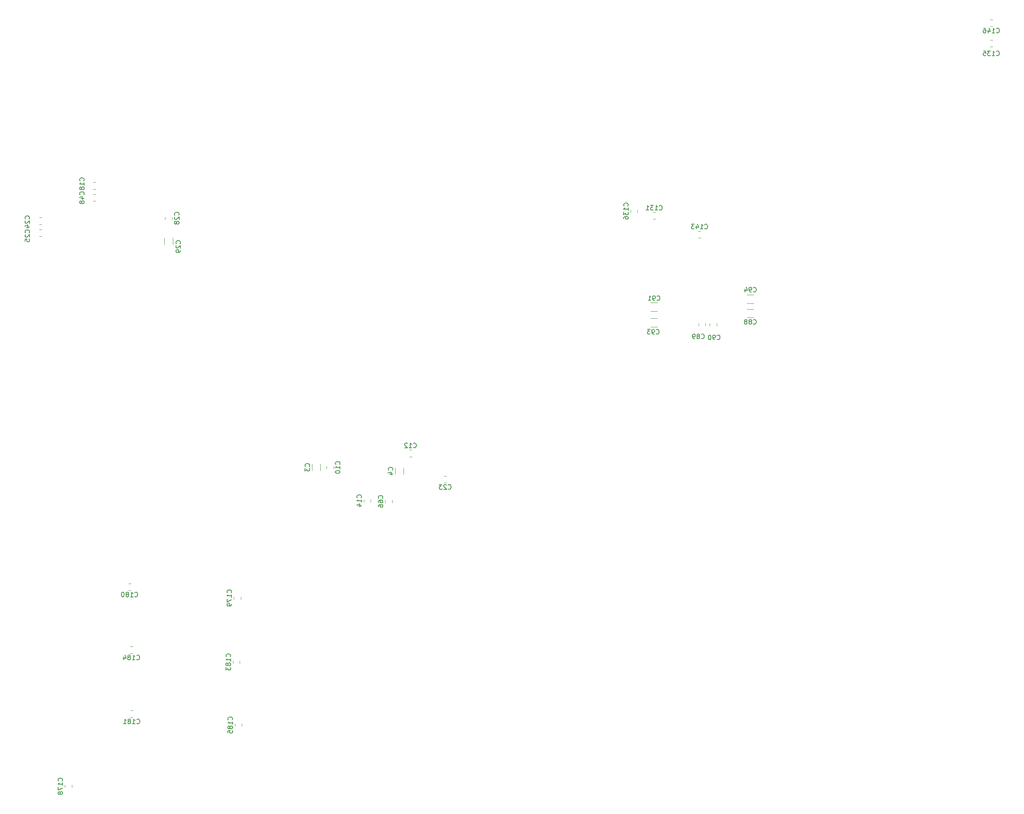
<source format=gbr>
%TF.GenerationSoftware,KiCad,Pcbnew,8.0.5*%
%TF.CreationDate,2024-12-06T02:00:12+01:00*%
%TF.ProjectId,ImpedanceAnalyzer,496d7065-6461-46e6-9365-416e616c797a,rev?*%
%TF.SameCoordinates,Original*%
%TF.FileFunction,Legend,Bot*%
%TF.FilePolarity,Positive*%
%FSLAX46Y46*%
G04 Gerber Fmt 4.6, Leading zero omitted, Abs format (unit mm)*
G04 Created by KiCad (PCBNEW 8.0.5) date 2024-12-06 02:00:12*
%MOMM*%
%LPD*%
G01*
G04 APERTURE LIST*
%ADD10C,0.150000*%
%ADD11C,0.120000*%
G04 APERTURE END LIST*
D10*
X180210357Y-133019580D02*
X180257976Y-133067200D01*
X180257976Y-133067200D02*
X180400833Y-133114819D01*
X180400833Y-133114819D02*
X180496071Y-133114819D01*
X180496071Y-133114819D02*
X180638928Y-133067200D01*
X180638928Y-133067200D02*
X180734166Y-132971961D01*
X180734166Y-132971961D02*
X180781785Y-132876723D01*
X180781785Y-132876723D02*
X180829404Y-132686247D01*
X180829404Y-132686247D02*
X180829404Y-132543390D01*
X180829404Y-132543390D02*
X180781785Y-132352914D01*
X180781785Y-132352914D02*
X180734166Y-132257676D01*
X180734166Y-132257676D02*
X180638928Y-132162438D01*
X180638928Y-132162438D02*
X180496071Y-132114819D01*
X180496071Y-132114819D02*
X180400833Y-132114819D01*
X180400833Y-132114819D02*
X180257976Y-132162438D01*
X180257976Y-132162438D02*
X180210357Y-132210057D01*
X179734166Y-133114819D02*
X179543690Y-133114819D01*
X179543690Y-133114819D02*
X179448452Y-133067200D01*
X179448452Y-133067200D02*
X179400833Y-133019580D01*
X179400833Y-133019580D02*
X179305595Y-132876723D01*
X179305595Y-132876723D02*
X179257976Y-132686247D01*
X179257976Y-132686247D02*
X179257976Y-132305295D01*
X179257976Y-132305295D02*
X179305595Y-132210057D01*
X179305595Y-132210057D02*
X179353214Y-132162438D01*
X179353214Y-132162438D02*
X179448452Y-132114819D01*
X179448452Y-132114819D02*
X179638928Y-132114819D01*
X179638928Y-132114819D02*
X179734166Y-132162438D01*
X179734166Y-132162438D02*
X179781785Y-132210057D01*
X179781785Y-132210057D02*
X179829404Y-132305295D01*
X179829404Y-132305295D02*
X179829404Y-132543390D01*
X179829404Y-132543390D02*
X179781785Y-132638628D01*
X179781785Y-132638628D02*
X179734166Y-132686247D01*
X179734166Y-132686247D02*
X179638928Y-132733866D01*
X179638928Y-132733866D02*
X179448452Y-132733866D01*
X179448452Y-132733866D02*
X179353214Y-132686247D01*
X179353214Y-132686247D02*
X179305595Y-132638628D01*
X179305595Y-132638628D02*
X179257976Y-132543390D01*
X178924642Y-132114819D02*
X178305595Y-132114819D01*
X178305595Y-132114819D02*
X178638928Y-132495771D01*
X178638928Y-132495771D02*
X178496071Y-132495771D01*
X178496071Y-132495771D02*
X178400833Y-132543390D01*
X178400833Y-132543390D02*
X178353214Y-132591009D01*
X178353214Y-132591009D02*
X178305595Y-132686247D01*
X178305595Y-132686247D02*
X178305595Y-132924342D01*
X178305595Y-132924342D02*
X178353214Y-133019580D01*
X178353214Y-133019580D02*
X178400833Y-133067200D01*
X178400833Y-133067200D02*
X178496071Y-133114819D01*
X178496071Y-133114819D02*
X178781785Y-133114819D01*
X178781785Y-133114819D02*
X178877023Y-133067200D01*
X178877023Y-133067200D02*
X178924642Y-133019580D01*
X105439580Y-161693333D02*
X105487200Y-161645714D01*
X105487200Y-161645714D02*
X105534819Y-161502857D01*
X105534819Y-161502857D02*
X105534819Y-161407619D01*
X105534819Y-161407619D02*
X105487200Y-161264762D01*
X105487200Y-161264762D02*
X105391961Y-161169524D01*
X105391961Y-161169524D02*
X105296723Y-161121905D01*
X105296723Y-161121905D02*
X105106247Y-161074286D01*
X105106247Y-161074286D02*
X104963390Y-161074286D01*
X104963390Y-161074286D02*
X104772914Y-161121905D01*
X104772914Y-161121905D02*
X104677676Y-161169524D01*
X104677676Y-161169524D02*
X104582438Y-161264762D01*
X104582438Y-161264762D02*
X104534819Y-161407619D01*
X104534819Y-161407619D02*
X104534819Y-161502857D01*
X104534819Y-161502857D02*
X104582438Y-161645714D01*
X104582438Y-161645714D02*
X104630057Y-161693333D01*
X104534819Y-162026667D02*
X104534819Y-162645714D01*
X104534819Y-162645714D02*
X104915771Y-162312381D01*
X104915771Y-162312381D02*
X104915771Y-162455238D01*
X104915771Y-162455238D02*
X104963390Y-162550476D01*
X104963390Y-162550476D02*
X105011009Y-162598095D01*
X105011009Y-162598095D02*
X105106247Y-162645714D01*
X105106247Y-162645714D02*
X105344342Y-162645714D01*
X105344342Y-162645714D02*
X105439580Y-162598095D01*
X105439580Y-162598095D02*
X105487200Y-162550476D01*
X105487200Y-162550476D02*
X105534819Y-162455238D01*
X105534819Y-162455238D02*
X105534819Y-162169524D01*
X105534819Y-162169524D02*
X105487200Y-162074286D01*
X105487200Y-162074286D02*
X105439580Y-162026667D01*
X201129107Y-130875830D02*
X201176726Y-130923450D01*
X201176726Y-130923450D02*
X201319583Y-130971069D01*
X201319583Y-130971069D02*
X201414821Y-130971069D01*
X201414821Y-130971069D02*
X201557678Y-130923450D01*
X201557678Y-130923450D02*
X201652916Y-130828211D01*
X201652916Y-130828211D02*
X201700535Y-130732973D01*
X201700535Y-130732973D02*
X201748154Y-130542497D01*
X201748154Y-130542497D02*
X201748154Y-130399640D01*
X201748154Y-130399640D02*
X201700535Y-130209164D01*
X201700535Y-130209164D02*
X201652916Y-130113926D01*
X201652916Y-130113926D02*
X201557678Y-130018688D01*
X201557678Y-130018688D02*
X201414821Y-129971069D01*
X201414821Y-129971069D02*
X201319583Y-129971069D01*
X201319583Y-129971069D02*
X201176726Y-130018688D01*
X201176726Y-130018688D02*
X201129107Y-130066307D01*
X200557678Y-130399640D02*
X200652916Y-130352021D01*
X200652916Y-130352021D02*
X200700535Y-130304402D01*
X200700535Y-130304402D02*
X200748154Y-130209164D01*
X200748154Y-130209164D02*
X200748154Y-130161545D01*
X200748154Y-130161545D02*
X200700535Y-130066307D01*
X200700535Y-130066307D02*
X200652916Y-130018688D01*
X200652916Y-130018688D02*
X200557678Y-129971069D01*
X200557678Y-129971069D02*
X200367202Y-129971069D01*
X200367202Y-129971069D02*
X200271964Y-130018688D01*
X200271964Y-130018688D02*
X200224345Y-130066307D01*
X200224345Y-130066307D02*
X200176726Y-130161545D01*
X200176726Y-130161545D02*
X200176726Y-130209164D01*
X200176726Y-130209164D02*
X200224345Y-130304402D01*
X200224345Y-130304402D02*
X200271964Y-130352021D01*
X200271964Y-130352021D02*
X200367202Y-130399640D01*
X200367202Y-130399640D02*
X200557678Y-130399640D01*
X200557678Y-130399640D02*
X200652916Y-130447259D01*
X200652916Y-130447259D02*
X200700535Y-130494878D01*
X200700535Y-130494878D02*
X200748154Y-130590116D01*
X200748154Y-130590116D02*
X200748154Y-130780592D01*
X200748154Y-130780592D02*
X200700535Y-130875830D01*
X200700535Y-130875830D02*
X200652916Y-130923450D01*
X200652916Y-130923450D02*
X200557678Y-130971069D01*
X200557678Y-130971069D02*
X200367202Y-130971069D01*
X200367202Y-130971069D02*
X200271964Y-130923450D01*
X200271964Y-130923450D02*
X200224345Y-130875830D01*
X200224345Y-130875830D02*
X200176726Y-130780592D01*
X200176726Y-130780592D02*
X200176726Y-130590116D01*
X200176726Y-130590116D02*
X200224345Y-130494878D01*
X200224345Y-130494878D02*
X200271964Y-130447259D01*
X200271964Y-130447259D02*
X200367202Y-130399640D01*
X199605297Y-130399640D02*
X199700535Y-130352021D01*
X199700535Y-130352021D02*
X199748154Y-130304402D01*
X199748154Y-130304402D02*
X199795773Y-130209164D01*
X199795773Y-130209164D02*
X199795773Y-130161545D01*
X199795773Y-130161545D02*
X199748154Y-130066307D01*
X199748154Y-130066307D02*
X199700535Y-130018688D01*
X199700535Y-130018688D02*
X199605297Y-129971069D01*
X199605297Y-129971069D02*
X199414821Y-129971069D01*
X199414821Y-129971069D02*
X199319583Y-130018688D01*
X199319583Y-130018688D02*
X199271964Y-130066307D01*
X199271964Y-130066307D02*
X199224345Y-130161545D01*
X199224345Y-130161545D02*
X199224345Y-130209164D01*
X199224345Y-130209164D02*
X199271964Y-130304402D01*
X199271964Y-130304402D02*
X199319583Y-130352021D01*
X199319583Y-130352021D02*
X199414821Y-130399640D01*
X199414821Y-130399640D02*
X199605297Y-130399640D01*
X199605297Y-130399640D02*
X199700535Y-130447259D01*
X199700535Y-130447259D02*
X199748154Y-130494878D01*
X199748154Y-130494878D02*
X199795773Y-130590116D01*
X199795773Y-130590116D02*
X199795773Y-130780592D01*
X199795773Y-130780592D02*
X199748154Y-130875830D01*
X199748154Y-130875830D02*
X199700535Y-130923450D01*
X199700535Y-130923450D02*
X199605297Y-130971069D01*
X199605297Y-130971069D02*
X199414821Y-130971069D01*
X199414821Y-130971069D02*
X199319583Y-130923450D01*
X199319583Y-130923450D02*
X199271964Y-130875830D01*
X199271964Y-130875830D02*
X199224345Y-130780592D01*
X199224345Y-130780592D02*
X199224345Y-130590116D01*
X199224345Y-130590116D02*
X199271964Y-130494878D01*
X199271964Y-130494878D02*
X199319583Y-130447259D01*
X199319583Y-130447259D02*
X199414821Y-130399640D01*
X180881547Y-106279580D02*
X180929166Y-106327200D01*
X180929166Y-106327200D02*
X181072023Y-106374819D01*
X181072023Y-106374819D02*
X181167261Y-106374819D01*
X181167261Y-106374819D02*
X181310118Y-106327200D01*
X181310118Y-106327200D02*
X181405356Y-106231961D01*
X181405356Y-106231961D02*
X181452975Y-106136723D01*
X181452975Y-106136723D02*
X181500594Y-105946247D01*
X181500594Y-105946247D02*
X181500594Y-105803390D01*
X181500594Y-105803390D02*
X181452975Y-105612914D01*
X181452975Y-105612914D02*
X181405356Y-105517676D01*
X181405356Y-105517676D02*
X181310118Y-105422438D01*
X181310118Y-105422438D02*
X181167261Y-105374819D01*
X181167261Y-105374819D02*
X181072023Y-105374819D01*
X181072023Y-105374819D02*
X180929166Y-105422438D01*
X180929166Y-105422438D02*
X180881547Y-105470057D01*
X179929166Y-106374819D02*
X180500594Y-106374819D01*
X180214880Y-106374819D02*
X180214880Y-105374819D01*
X180214880Y-105374819D02*
X180310118Y-105517676D01*
X180310118Y-105517676D02*
X180405356Y-105612914D01*
X180405356Y-105612914D02*
X180500594Y-105660533D01*
X179595832Y-105374819D02*
X178976785Y-105374819D01*
X178976785Y-105374819D02*
X179310118Y-105755771D01*
X179310118Y-105755771D02*
X179167261Y-105755771D01*
X179167261Y-105755771D02*
X179072023Y-105803390D01*
X179072023Y-105803390D02*
X179024404Y-105851009D01*
X179024404Y-105851009D02*
X178976785Y-105946247D01*
X178976785Y-105946247D02*
X178976785Y-106184342D01*
X178976785Y-106184342D02*
X179024404Y-106279580D01*
X179024404Y-106279580D02*
X179072023Y-106327200D01*
X179072023Y-106327200D02*
X179167261Y-106374819D01*
X179167261Y-106374819D02*
X179452975Y-106374819D01*
X179452975Y-106374819D02*
X179548213Y-106327200D01*
X179548213Y-106327200D02*
X179595832Y-106279580D01*
X178024404Y-106374819D02*
X178595832Y-106374819D01*
X178310118Y-106374819D02*
X178310118Y-105374819D01*
X178310118Y-105374819D02*
X178405356Y-105517676D01*
X178405356Y-105517676D02*
X178500594Y-105612914D01*
X178500594Y-105612914D02*
X178595832Y-105660533D01*
X88609580Y-188940952D02*
X88657200Y-188893333D01*
X88657200Y-188893333D02*
X88704819Y-188750476D01*
X88704819Y-188750476D02*
X88704819Y-188655238D01*
X88704819Y-188655238D02*
X88657200Y-188512381D01*
X88657200Y-188512381D02*
X88561961Y-188417143D01*
X88561961Y-188417143D02*
X88466723Y-188369524D01*
X88466723Y-188369524D02*
X88276247Y-188321905D01*
X88276247Y-188321905D02*
X88133390Y-188321905D01*
X88133390Y-188321905D02*
X87942914Y-188369524D01*
X87942914Y-188369524D02*
X87847676Y-188417143D01*
X87847676Y-188417143D02*
X87752438Y-188512381D01*
X87752438Y-188512381D02*
X87704819Y-188655238D01*
X87704819Y-188655238D02*
X87704819Y-188750476D01*
X87704819Y-188750476D02*
X87752438Y-188893333D01*
X87752438Y-188893333D02*
X87800057Y-188940952D01*
X88704819Y-189893333D02*
X88704819Y-189321905D01*
X88704819Y-189607619D02*
X87704819Y-189607619D01*
X87704819Y-189607619D02*
X87847676Y-189512381D01*
X87847676Y-189512381D02*
X87942914Y-189417143D01*
X87942914Y-189417143D02*
X87990533Y-189321905D01*
X87704819Y-190226667D02*
X87704819Y-190893333D01*
X87704819Y-190893333D02*
X88704819Y-190464762D01*
X88704819Y-191321905D02*
X88704819Y-191512381D01*
X88704819Y-191512381D02*
X88657200Y-191607619D01*
X88657200Y-191607619D02*
X88609580Y-191655238D01*
X88609580Y-191655238D02*
X88466723Y-191750476D01*
X88466723Y-191750476D02*
X88276247Y-191798095D01*
X88276247Y-191798095D02*
X87895295Y-191798095D01*
X87895295Y-191798095D02*
X87800057Y-191750476D01*
X87800057Y-191750476D02*
X87752438Y-191702857D01*
X87752438Y-191702857D02*
X87704819Y-191607619D01*
X87704819Y-191607619D02*
X87704819Y-191417143D01*
X87704819Y-191417143D02*
X87752438Y-191321905D01*
X87752438Y-191321905D02*
X87800057Y-191274286D01*
X87800057Y-191274286D02*
X87895295Y-191226667D01*
X87895295Y-191226667D02*
X88133390Y-191226667D01*
X88133390Y-191226667D02*
X88228628Y-191274286D01*
X88228628Y-191274286D02*
X88276247Y-191321905D01*
X88276247Y-191321905D02*
X88323866Y-191417143D01*
X88323866Y-191417143D02*
X88323866Y-191607619D01*
X88323866Y-191607619D02*
X88276247Y-191702857D01*
X88276247Y-191702857D02*
X88228628Y-191750476D01*
X88228628Y-191750476D02*
X88133390Y-191798095D01*
X253519047Y-68039580D02*
X253566666Y-68087200D01*
X253566666Y-68087200D02*
X253709523Y-68134819D01*
X253709523Y-68134819D02*
X253804761Y-68134819D01*
X253804761Y-68134819D02*
X253947618Y-68087200D01*
X253947618Y-68087200D02*
X254042856Y-67991961D01*
X254042856Y-67991961D02*
X254090475Y-67896723D01*
X254090475Y-67896723D02*
X254138094Y-67706247D01*
X254138094Y-67706247D02*
X254138094Y-67563390D01*
X254138094Y-67563390D02*
X254090475Y-67372914D01*
X254090475Y-67372914D02*
X254042856Y-67277676D01*
X254042856Y-67277676D02*
X253947618Y-67182438D01*
X253947618Y-67182438D02*
X253804761Y-67134819D01*
X253804761Y-67134819D02*
X253709523Y-67134819D01*
X253709523Y-67134819D02*
X253566666Y-67182438D01*
X253566666Y-67182438D02*
X253519047Y-67230057D01*
X252566666Y-68134819D02*
X253138094Y-68134819D01*
X252852380Y-68134819D02*
X252852380Y-67134819D01*
X252852380Y-67134819D02*
X252947618Y-67277676D01*
X252947618Y-67277676D02*
X253042856Y-67372914D01*
X253042856Y-67372914D02*
X253138094Y-67420533D01*
X251709523Y-67468152D02*
X251709523Y-68134819D01*
X251947618Y-67087200D02*
X252185713Y-67801485D01*
X252185713Y-67801485D02*
X251566666Y-67801485D01*
X250757142Y-67134819D02*
X250947618Y-67134819D01*
X250947618Y-67134819D02*
X251042856Y-67182438D01*
X251042856Y-67182438D02*
X251090475Y-67230057D01*
X251090475Y-67230057D02*
X251185713Y-67372914D01*
X251185713Y-67372914D02*
X251233332Y-67563390D01*
X251233332Y-67563390D02*
X251233332Y-67944342D01*
X251233332Y-67944342D02*
X251185713Y-68039580D01*
X251185713Y-68039580D02*
X251138094Y-68087200D01*
X251138094Y-68087200D02*
X251042856Y-68134819D01*
X251042856Y-68134819D02*
X250852380Y-68134819D01*
X250852380Y-68134819D02*
X250757142Y-68087200D01*
X250757142Y-68087200D02*
X250709523Y-68039580D01*
X250709523Y-68039580D02*
X250661904Y-67944342D01*
X250661904Y-67944342D02*
X250661904Y-67706247D01*
X250661904Y-67706247D02*
X250709523Y-67611009D01*
X250709523Y-67611009D02*
X250757142Y-67563390D01*
X250757142Y-67563390D02*
X250852380Y-67515771D01*
X250852380Y-67515771D02*
X251042856Y-67515771D01*
X251042856Y-67515771D02*
X251138094Y-67563390D01*
X251138094Y-67563390D02*
X251185713Y-67611009D01*
X251185713Y-67611009D02*
X251233332Y-67706247D01*
X88809580Y-216340952D02*
X88857200Y-216293333D01*
X88857200Y-216293333D02*
X88904819Y-216150476D01*
X88904819Y-216150476D02*
X88904819Y-216055238D01*
X88904819Y-216055238D02*
X88857200Y-215912381D01*
X88857200Y-215912381D02*
X88761961Y-215817143D01*
X88761961Y-215817143D02*
X88666723Y-215769524D01*
X88666723Y-215769524D02*
X88476247Y-215721905D01*
X88476247Y-215721905D02*
X88333390Y-215721905D01*
X88333390Y-215721905D02*
X88142914Y-215769524D01*
X88142914Y-215769524D02*
X88047676Y-215817143D01*
X88047676Y-215817143D02*
X87952438Y-215912381D01*
X87952438Y-215912381D02*
X87904819Y-216055238D01*
X87904819Y-216055238D02*
X87904819Y-216150476D01*
X87904819Y-216150476D02*
X87952438Y-216293333D01*
X87952438Y-216293333D02*
X88000057Y-216340952D01*
X88904819Y-217293333D02*
X88904819Y-216721905D01*
X88904819Y-217007619D02*
X87904819Y-217007619D01*
X87904819Y-217007619D02*
X88047676Y-216912381D01*
X88047676Y-216912381D02*
X88142914Y-216817143D01*
X88142914Y-216817143D02*
X88190533Y-216721905D01*
X88333390Y-217864762D02*
X88285771Y-217769524D01*
X88285771Y-217769524D02*
X88238152Y-217721905D01*
X88238152Y-217721905D02*
X88142914Y-217674286D01*
X88142914Y-217674286D02*
X88095295Y-217674286D01*
X88095295Y-217674286D02*
X88000057Y-217721905D01*
X88000057Y-217721905D02*
X87952438Y-217769524D01*
X87952438Y-217769524D02*
X87904819Y-217864762D01*
X87904819Y-217864762D02*
X87904819Y-218055238D01*
X87904819Y-218055238D02*
X87952438Y-218150476D01*
X87952438Y-218150476D02*
X88000057Y-218198095D01*
X88000057Y-218198095D02*
X88095295Y-218245714D01*
X88095295Y-218245714D02*
X88142914Y-218245714D01*
X88142914Y-218245714D02*
X88238152Y-218198095D01*
X88238152Y-218198095D02*
X88285771Y-218150476D01*
X88285771Y-218150476D02*
X88333390Y-218055238D01*
X88333390Y-218055238D02*
X88333390Y-217864762D01*
X88333390Y-217864762D02*
X88381009Y-217769524D01*
X88381009Y-217769524D02*
X88428628Y-217721905D01*
X88428628Y-217721905D02*
X88523866Y-217674286D01*
X88523866Y-217674286D02*
X88714342Y-217674286D01*
X88714342Y-217674286D02*
X88809580Y-217721905D01*
X88809580Y-217721905D02*
X88857200Y-217769524D01*
X88857200Y-217769524D02*
X88904819Y-217864762D01*
X88904819Y-217864762D02*
X88904819Y-218055238D01*
X88904819Y-218055238D02*
X88857200Y-218150476D01*
X88857200Y-218150476D02*
X88809580Y-218198095D01*
X88809580Y-218198095D02*
X88714342Y-218245714D01*
X88714342Y-218245714D02*
X88523866Y-218245714D01*
X88523866Y-218245714D02*
X88428628Y-218198095D01*
X88428628Y-218198095D02*
X88381009Y-218150476D01*
X88381009Y-218150476D02*
X88333390Y-218055238D01*
X87904819Y-219150476D02*
X87904819Y-218674286D01*
X87904819Y-218674286D02*
X88381009Y-218626667D01*
X88381009Y-218626667D02*
X88333390Y-218674286D01*
X88333390Y-218674286D02*
X88285771Y-218769524D01*
X88285771Y-218769524D02*
X88285771Y-219007619D01*
X88285771Y-219007619D02*
X88333390Y-219102857D01*
X88333390Y-219102857D02*
X88381009Y-219150476D01*
X88381009Y-219150476D02*
X88476247Y-219198095D01*
X88476247Y-219198095D02*
X88714342Y-219198095D01*
X88714342Y-219198095D02*
X88809580Y-219150476D01*
X88809580Y-219150476D02*
X88857200Y-219102857D01*
X88857200Y-219102857D02*
X88904819Y-219007619D01*
X88904819Y-219007619D02*
X88904819Y-218769524D01*
X88904819Y-218769524D02*
X88857200Y-218674286D01*
X88857200Y-218674286D02*
X88809580Y-218626667D01*
X56859580Y-103057142D02*
X56907200Y-103009523D01*
X56907200Y-103009523D02*
X56954819Y-102866666D01*
X56954819Y-102866666D02*
X56954819Y-102771428D01*
X56954819Y-102771428D02*
X56907200Y-102628571D01*
X56907200Y-102628571D02*
X56811961Y-102533333D01*
X56811961Y-102533333D02*
X56716723Y-102485714D01*
X56716723Y-102485714D02*
X56526247Y-102438095D01*
X56526247Y-102438095D02*
X56383390Y-102438095D01*
X56383390Y-102438095D02*
X56192914Y-102485714D01*
X56192914Y-102485714D02*
X56097676Y-102533333D01*
X56097676Y-102533333D02*
X56002438Y-102628571D01*
X56002438Y-102628571D02*
X55954819Y-102771428D01*
X55954819Y-102771428D02*
X55954819Y-102866666D01*
X55954819Y-102866666D02*
X56002438Y-103009523D01*
X56002438Y-103009523D02*
X56050057Y-103057142D01*
X56288152Y-103914285D02*
X56954819Y-103914285D01*
X55907200Y-103676190D02*
X56621485Y-103438095D01*
X56621485Y-103438095D02*
X56621485Y-104057142D01*
X56383390Y-104580952D02*
X56335771Y-104485714D01*
X56335771Y-104485714D02*
X56288152Y-104438095D01*
X56288152Y-104438095D02*
X56192914Y-104390476D01*
X56192914Y-104390476D02*
X56145295Y-104390476D01*
X56145295Y-104390476D02*
X56050057Y-104438095D01*
X56050057Y-104438095D02*
X56002438Y-104485714D01*
X56002438Y-104485714D02*
X55954819Y-104580952D01*
X55954819Y-104580952D02*
X55954819Y-104771428D01*
X55954819Y-104771428D02*
X56002438Y-104866666D01*
X56002438Y-104866666D02*
X56050057Y-104914285D01*
X56050057Y-104914285D02*
X56145295Y-104961904D01*
X56145295Y-104961904D02*
X56192914Y-104961904D01*
X56192914Y-104961904D02*
X56288152Y-104914285D01*
X56288152Y-104914285D02*
X56335771Y-104866666D01*
X56335771Y-104866666D02*
X56383390Y-104771428D01*
X56383390Y-104771428D02*
X56383390Y-104580952D01*
X56383390Y-104580952D02*
X56431009Y-104485714D01*
X56431009Y-104485714D02*
X56478628Y-104438095D01*
X56478628Y-104438095D02*
X56573866Y-104390476D01*
X56573866Y-104390476D02*
X56764342Y-104390476D01*
X56764342Y-104390476D02*
X56859580Y-104438095D01*
X56859580Y-104438095D02*
X56907200Y-104485714D01*
X56907200Y-104485714D02*
X56954819Y-104580952D01*
X56954819Y-104580952D02*
X56954819Y-104771428D01*
X56954819Y-104771428D02*
X56907200Y-104866666D01*
X56907200Y-104866666D02*
X56859580Y-104914285D01*
X56859580Y-104914285D02*
X56764342Y-104961904D01*
X56764342Y-104961904D02*
X56573866Y-104961904D01*
X56573866Y-104961904D02*
X56478628Y-104914285D01*
X56478628Y-104914285D02*
X56431009Y-104866666D01*
X56431009Y-104866666D02*
X56383390Y-104771428D01*
X68249047Y-203299580D02*
X68296666Y-203347200D01*
X68296666Y-203347200D02*
X68439523Y-203394819D01*
X68439523Y-203394819D02*
X68534761Y-203394819D01*
X68534761Y-203394819D02*
X68677618Y-203347200D01*
X68677618Y-203347200D02*
X68772856Y-203251961D01*
X68772856Y-203251961D02*
X68820475Y-203156723D01*
X68820475Y-203156723D02*
X68868094Y-202966247D01*
X68868094Y-202966247D02*
X68868094Y-202823390D01*
X68868094Y-202823390D02*
X68820475Y-202632914D01*
X68820475Y-202632914D02*
X68772856Y-202537676D01*
X68772856Y-202537676D02*
X68677618Y-202442438D01*
X68677618Y-202442438D02*
X68534761Y-202394819D01*
X68534761Y-202394819D02*
X68439523Y-202394819D01*
X68439523Y-202394819D02*
X68296666Y-202442438D01*
X68296666Y-202442438D02*
X68249047Y-202490057D01*
X67296666Y-203394819D02*
X67868094Y-203394819D01*
X67582380Y-203394819D02*
X67582380Y-202394819D01*
X67582380Y-202394819D02*
X67677618Y-202537676D01*
X67677618Y-202537676D02*
X67772856Y-202632914D01*
X67772856Y-202632914D02*
X67868094Y-202680533D01*
X66725237Y-202823390D02*
X66820475Y-202775771D01*
X66820475Y-202775771D02*
X66868094Y-202728152D01*
X66868094Y-202728152D02*
X66915713Y-202632914D01*
X66915713Y-202632914D02*
X66915713Y-202585295D01*
X66915713Y-202585295D02*
X66868094Y-202490057D01*
X66868094Y-202490057D02*
X66820475Y-202442438D01*
X66820475Y-202442438D02*
X66725237Y-202394819D01*
X66725237Y-202394819D02*
X66534761Y-202394819D01*
X66534761Y-202394819D02*
X66439523Y-202442438D01*
X66439523Y-202442438D02*
X66391904Y-202490057D01*
X66391904Y-202490057D02*
X66344285Y-202585295D01*
X66344285Y-202585295D02*
X66344285Y-202632914D01*
X66344285Y-202632914D02*
X66391904Y-202728152D01*
X66391904Y-202728152D02*
X66439523Y-202775771D01*
X66439523Y-202775771D02*
X66534761Y-202823390D01*
X66534761Y-202823390D02*
X66725237Y-202823390D01*
X66725237Y-202823390D02*
X66820475Y-202871009D01*
X66820475Y-202871009D02*
X66868094Y-202918628D01*
X66868094Y-202918628D02*
X66915713Y-203013866D01*
X66915713Y-203013866D02*
X66915713Y-203204342D01*
X66915713Y-203204342D02*
X66868094Y-203299580D01*
X66868094Y-203299580D02*
X66820475Y-203347200D01*
X66820475Y-203347200D02*
X66725237Y-203394819D01*
X66725237Y-203394819D02*
X66534761Y-203394819D01*
X66534761Y-203394819D02*
X66439523Y-203347200D01*
X66439523Y-203347200D02*
X66391904Y-203299580D01*
X66391904Y-203299580D02*
X66344285Y-203204342D01*
X66344285Y-203204342D02*
X66344285Y-203013866D01*
X66344285Y-203013866D02*
X66391904Y-202918628D01*
X66391904Y-202918628D02*
X66439523Y-202871009D01*
X66439523Y-202871009D02*
X66534761Y-202823390D01*
X65487142Y-202728152D02*
X65487142Y-203394819D01*
X65725237Y-202347200D02*
X65963332Y-203061485D01*
X65963332Y-203061485D02*
X65344285Y-203061485D01*
X123364580Y-162493333D02*
X123412200Y-162445714D01*
X123412200Y-162445714D02*
X123459819Y-162302857D01*
X123459819Y-162302857D02*
X123459819Y-162207619D01*
X123459819Y-162207619D02*
X123412200Y-162064762D01*
X123412200Y-162064762D02*
X123316961Y-161969524D01*
X123316961Y-161969524D02*
X123221723Y-161921905D01*
X123221723Y-161921905D02*
X123031247Y-161874286D01*
X123031247Y-161874286D02*
X122888390Y-161874286D01*
X122888390Y-161874286D02*
X122697914Y-161921905D01*
X122697914Y-161921905D02*
X122602676Y-161969524D01*
X122602676Y-161969524D02*
X122507438Y-162064762D01*
X122507438Y-162064762D02*
X122459819Y-162207619D01*
X122459819Y-162207619D02*
X122459819Y-162302857D01*
X122459819Y-162302857D02*
X122507438Y-162445714D01*
X122507438Y-162445714D02*
X122555057Y-162493333D01*
X122793152Y-163350476D02*
X123459819Y-163350476D01*
X122412200Y-163112381D02*
X123126485Y-162874286D01*
X123126485Y-162874286D02*
X123126485Y-163493333D01*
X45087080Y-108277142D02*
X45134700Y-108229523D01*
X45134700Y-108229523D02*
X45182319Y-108086666D01*
X45182319Y-108086666D02*
X45182319Y-107991428D01*
X45182319Y-107991428D02*
X45134700Y-107848571D01*
X45134700Y-107848571D02*
X45039461Y-107753333D01*
X45039461Y-107753333D02*
X44944223Y-107705714D01*
X44944223Y-107705714D02*
X44753747Y-107658095D01*
X44753747Y-107658095D02*
X44610890Y-107658095D01*
X44610890Y-107658095D02*
X44420414Y-107705714D01*
X44420414Y-107705714D02*
X44325176Y-107753333D01*
X44325176Y-107753333D02*
X44229938Y-107848571D01*
X44229938Y-107848571D02*
X44182319Y-107991428D01*
X44182319Y-107991428D02*
X44182319Y-108086666D01*
X44182319Y-108086666D02*
X44229938Y-108229523D01*
X44229938Y-108229523D02*
X44277557Y-108277142D01*
X44277557Y-108658095D02*
X44229938Y-108705714D01*
X44229938Y-108705714D02*
X44182319Y-108800952D01*
X44182319Y-108800952D02*
X44182319Y-109039047D01*
X44182319Y-109039047D02*
X44229938Y-109134285D01*
X44229938Y-109134285D02*
X44277557Y-109181904D01*
X44277557Y-109181904D02*
X44372795Y-109229523D01*
X44372795Y-109229523D02*
X44468033Y-109229523D01*
X44468033Y-109229523D02*
X44610890Y-109181904D01*
X44610890Y-109181904D02*
X45182319Y-108610476D01*
X45182319Y-108610476D02*
X45182319Y-109229523D01*
X44515652Y-110086666D02*
X45182319Y-110086666D01*
X44134700Y-109848571D02*
X44848985Y-109610476D01*
X44848985Y-109610476D02*
X44848985Y-110229523D01*
X111969580Y-161254642D02*
X112017200Y-161207023D01*
X112017200Y-161207023D02*
X112064819Y-161064166D01*
X112064819Y-161064166D02*
X112064819Y-160968928D01*
X112064819Y-160968928D02*
X112017200Y-160826071D01*
X112017200Y-160826071D02*
X111921961Y-160730833D01*
X111921961Y-160730833D02*
X111826723Y-160683214D01*
X111826723Y-160683214D02*
X111636247Y-160635595D01*
X111636247Y-160635595D02*
X111493390Y-160635595D01*
X111493390Y-160635595D02*
X111302914Y-160683214D01*
X111302914Y-160683214D02*
X111207676Y-160730833D01*
X111207676Y-160730833D02*
X111112438Y-160826071D01*
X111112438Y-160826071D02*
X111064819Y-160968928D01*
X111064819Y-160968928D02*
X111064819Y-161064166D01*
X111064819Y-161064166D02*
X111112438Y-161207023D01*
X111112438Y-161207023D02*
X111160057Y-161254642D01*
X112064819Y-162207023D02*
X112064819Y-161635595D01*
X112064819Y-161921309D02*
X111064819Y-161921309D01*
X111064819Y-161921309D02*
X111207676Y-161826071D01*
X111207676Y-161826071D02*
X111302914Y-161730833D01*
X111302914Y-161730833D02*
X111350533Y-161635595D01*
X111064819Y-162826071D02*
X111064819Y-162921309D01*
X111064819Y-162921309D02*
X111112438Y-163016547D01*
X111112438Y-163016547D02*
X111160057Y-163064166D01*
X111160057Y-163064166D02*
X111255295Y-163111785D01*
X111255295Y-163111785D02*
X111445771Y-163159404D01*
X111445771Y-163159404D02*
X111683866Y-163159404D01*
X111683866Y-163159404D02*
X111874342Y-163111785D01*
X111874342Y-163111785D02*
X111969580Y-163064166D01*
X111969580Y-163064166D02*
X112017200Y-163016547D01*
X112017200Y-163016547D02*
X112064819Y-162921309D01*
X112064819Y-162921309D02*
X112064819Y-162826071D01*
X112064819Y-162826071D02*
X112017200Y-162730833D01*
X112017200Y-162730833D02*
X111969580Y-162683214D01*
X111969580Y-162683214D02*
X111874342Y-162635595D01*
X111874342Y-162635595D02*
X111683866Y-162587976D01*
X111683866Y-162587976D02*
X111445771Y-162587976D01*
X111445771Y-162587976D02*
X111255295Y-162635595D01*
X111255295Y-162635595D02*
X111160057Y-162683214D01*
X111160057Y-162683214D02*
X111112438Y-162730833D01*
X111112438Y-162730833D02*
X111064819Y-162826071D01*
X77609580Y-113607142D02*
X77657200Y-113559523D01*
X77657200Y-113559523D02*
X77704819Y-113416666D01*
X77704819Y-113416666D02*
X77704819Y-113321428D01*
X77704819Y-113321428D02*
X77657200Y-113178571D01*
X77657200Y-113178571D02*
X77561961Y-113083333D01*
X77561961Y-113083333D02*
X77466723Y-113035714D01*
X77466723Y-113035714D02*
X77276247Y-112988095D01*
X77276247Y-112988095D02*
X77133390Y-112988095D01*
X77133390Y-112988095D02*
X76942914Y-113035714D01*
X76942914Y-113035714D02*
X76847676Y-113083333D01*
X76847676Y-113083333D02*
X76752438Y-113178571D01*
X76752438Y-113178571D02*
X76704819Y-113321428D01*
X76704819Y-113321428D02*
X76704819Y-113416666D01*
X76704819Y-113416666D02*
X76752438Y-113559523D01*
X76752438Y-113559523D02*
X76800057Y-113607142D01*
X76800057Y-113988095D02*
X76752438Y-114035714D01*
X76752438Y-114035714D02*
X76704819Y-114130952D01*
X76704819Y-114130952D02*
X76704819Y-114369047D01*
X76704819Y-114369047D02*
X76752438Y-114464285D01*
X76752438Y-114464285D02*
X76800057Y-114511904D01*
X76800057Y-114511904D02*
X76895295Y-114559523D01*
X76895295Y-114559523D02*
X76990533Y-114559523D01*
X76990533Y-114559523D02*
X77133390Y-114511904D01*
X77133390Y-114511904D02*
X77704819Y-113940476D01*
X77704819Y-113940476D02*
X77704819Y-114559523D01*
X77704819Y-115035714D02*
X77704819Y-115226190D01*
X77704819Y-115226190D02*
X77657200Y-115321428D01*
X77657200Y-115321428D02*
X77609580Y-115369047D01*
X77609580Y-115369047D02*
X77466723Y-115464285D01*
X77466723Y-115464285D02*
X77276247Y-115511904D01*
X77276247Y-115511904D02*
X76895295Y-115511904D01*
X76895295Y-115511904D02*
X76800057Y-115464285D01*
X76800057Y-115464285D02*
X76752438Y-115416666D01*
X76752438Y-115416666D02*
X76704819Y-115321428D01*
X76704819Y-115321428D02*
X76704819Y-115130952D01*
X76704819Y-115130952D02*
X76752438Y-115035714D01*
X76752438Y-115035714D02*
X76800057Y-114988095D01*
X76800057Y-114988095D02*
X76895295Y-114940476D01*
X76895295Y-114940476D02*
X77133390Y-114940476D01*
X77133390Y-114940476D02*
X77228628Y-114988095D01*
X77228628Y-114988095D02*
X77276247Y-115035714D01*
X77276247Y-115035714D02*
X77323866Y-115130952D01*
X77323866Y-115130952D02*
X77323866Y-115321428D01*
X77323866Y-115321428D02*
X77276247Y-115416666D01*
X77276247Y-115416666D02*
X77228628Y-115464285D01*
X77228628Y-115464285D02*
X77133390Y-115511904D01*
X180372857Y-125769580D02*
X180420476Y-125817200D01*
X180420476Y-125817200D02*
X180563333Y-125864819D01*
X180563333Y-125864819D02*
X180658571Y-125864819D01*
X180658571Y-125864819D02*
X180801428Y-125817200D01*
X180801428Y-125817200D02*
X180896666Y-125721961D01*
X180896666Y-125721961D02*
X180944285Y-125626723D01*
X180944285Y-125626723D02*
X180991904Y-125436247D01*
X180991904Y-125436247D02*
X180991904Y-125293390D01*
X180991904Y-125293390D02*
X180944285Y-125102914D01*
X180944285Y-125102914D02*
X180896666Y-125007676D01*
X180896666Y-125007676D02*
X180801428Y-124912438D01*
X180801428Y-124912438D02*
X180658571Y-124864819D01*
X180658571Y-124864819D02*
X180563333Y-124864819D01*
X180563333Y-124864819D02*
X180420476Y-124912438D01*
X180420476Y-124912438D02*
X180372857Y-124960057D01*
X179896666Y-125864819D02*
X179706190Y-125864819D01*
X179706190Y-125864819D02*
X179610952Y-125817200D01*
X179610952Y-125817200D02*
X179563333Y-125769580D01*
X179563333Y-125769580D02*
X179468095Y-125626723D01*
X179468095Y-125626723D02*
X179420476Y-125436247D01*
X179420476Y-125436247D02*
X179420476Y-125055295D01*
X179420476Y-125055295D02*
X179468095Y-124960057D01*
X179468095Y-124960057D02*
X179515714Y-124912438D01*
X179515714Y-124912438D02*
X179610952Y-124864819D01*
X179610952Y-124864819D02*
X179801428Y-124864819D01*
X179801428Y-124864819D02*
X179896666Y-124912438D01*
X179896666Y-124912438D02*
X179944285Y-124960057D01*
X179944285Y-124960057D02*
X179991904Y-125055295D01*
X179991904Y-125055295D02*
X179991904Y-125293390D01*
X179991904Y-125293390D02*
X179944285Y-125388628D01*
X179944285Y-125388628D02*
X179896666Y-125436247D01*
X179896666Y-125436247D02*
X179801428Y-125483866D01*
X179801428Y-125483866D02*
X179610952Y-125483866D01*
X179610952Y-125483866D02*
X179515714Y-125436247D01*
X179515714Y-125436247D02*
X179468095Y-125388628D01*
X179468095Y-125388628D02*
X179420476Y-125293390D01*
X178468095Y-125864819D02*
X179039523Y-125864819D01*
X178753809Y-125864819D02*
X178753809Y-124864819D01*
X178753809Y-124864819D02*
X178849047Y-125007676D01*
X178849047Y-125007676D02*
X178944285Y-125102914D01*
X178944285Y-125102914D02*
X179039523Y-125150533D01*
X88409580Y-202740952D02*
X88457200Y-202693333D01*
X88457200Y-202693333D02*
X88504819Y-202550476D01*
X88504819Y-202550476D02*
X88504819Y-202455238D01*
X88504819Y-202455238D02*
X88457200Y-202312381D01*
X88457200Y-202312381D02*
X88361961Y-202217143D01*
X88361961Y-202217143D02*
X88266723Y-202169524D01*
X88266723Y-202169524D02*
X88076247Y-202121905D01*
X88076247Y-202121905D02*
X87933390Y-202121905D01*
X87933390Y-202121905D02*
X87742914Y-202169524D01*
X87742914Y-202169524D02*
X87647676Y-202217143D01*
X87647676Y-202217143D02*
X87552438Y-202312381D01*
X87552438Y-202312381D02*
X87504819Y-202455238D01*
X87504819Y-202455238D02*
X87504819Y-202550476D01*
X87504819Y-202550476D02*
X87552438Y-202693333D01*
X87552438Y-202693333D02*
X87600057Y-202740952D01*
X88504819Y-203693333D02*
X88504819Y-203121905D01*
X88504819Y-203407619D02*
X87504819Y-203407619D01*
X87504819Y-203407619D02*
X87647676Y-203312381D01*
X87647676Y-203312381D02*
X87742914Y-203217143D01*
X87742914Y-203217143D02*
X87790533Y-203121905D01*
X87933390Y-204264762D02*
X87885771Y-204169524D01*
X87885771Y-204169524D02*
X87838152Y-204121905D01*
X87838152Y-204121905D02*
X87742914Y-204074286D01*
X87742914Y-204074286D02*
X87695295Y-204074286D01*
X87695295Y-204074286D02*
X87600057Y-204121905D01*
X87600057Y-204121905D02*
X87552438Y-204169524D01*
X87552438Y-204169524D02*
X87504819Y-204264762D01*
X87504819Y-204264762D02*
X87504819Y-204455238D01*
X87504819Y-204455238D02*
X87552438Y-204550476D01*
X87552438Y-204550476D02*
X87600057Y-204598095D01*
X87600057Y-204598095D02*
X87695295Y-204645714D01*
X87695295Y-204645714D02*
X87742914Y-204645714D01*
X87742914Y-204645714D02*
X87838152Y-204598095D01*
X87838152Y-204598095D02*
X87885771Y-204550476D01*
X87885771Y-204550476D02*
X87933390Y-204455238D01*
X87933390Y-204455238D02*
X87933390Y-204264762D01*
X87933390Y-204264762D02*
X87981009Y-204169524D01*
X87981009Y-204169524D02*
X88028628Y-204121905D01*
X88028628Y-204121905D02*
X88123866Y-204074286D01*
X88123866Y-204074286D02*
X88314342Y-204074286D01*
X88314342Y-204074286D02*
X88409580Y-204121905D01*
X88409580Y-204121905D02*
X88457200Y-204169524D01*
X88457200Y-204169524D02*
X88504819Y-204264762D01*
X88504819Y-204264762D02*
X88504819Y-204455238D01*
X88504819Y-204455238D02*
X88457200Y-204550476D01*
X88457200Y-204550476D02*
X88409580Y-204598095D01*
X88409580Y-204598095D02*
X88314342Y-204645714D01*
X88314342Y-204645714D02*
X88123866Y-204645714D01*
X88123866Y-204645714D02*
X88028628Y-204598095D01*
X88028628Y-204598095D02*
X87981009Y-204550476D01*
X87981009Y-204550476D02*
X87933390Y-204455238D01*
X87504819Y-204979048D02*
X87504819Y-205598095D01*
X87504819Y-205598095D02*
X87885771Y-205264762D01*
X87885771Y-205264762D02*
X87885771Y-205407619D01*
X87885771Y-205407619D02*
X87933390Y-205502857D01*
X87933390Y-205502857D02*
X87981009Y-205550476D01*
X87981009Y-205550476D02*
X88076247Y-205598095D01*
X88076247Y-205598095D02*
X88314342Y-205598095D01*
X88314342Y-205598095D02*
X88409580Y-205550476D01*
X88409580Y-205550476D02*
X88457200Y-205502857D01*
X88457200Y-205502857D02*
X88504819Y-205407619D01*
X88504819Y-205407619D02*
X88504819Y-205121905D01*
X88504819Y-205121905D02*
X88457200Y-205026667D01*
X88457200Y-205026667D02*
X88409580Y-204979048D01*
X56859580Y-100057142D02*
X56907200Y-100009523D01*
X56907200Y-100009523D02*
X56954819Y-99866666D01*
X56954819Y-99866666D02*
X56954819Y-99771428D01*
X56954819Y-99771428D02*
X56907200Y-99628571D01*
X56907200Y-99628571D02*
X56811961Y-99533333D01*
X56811961Y-99533333D02*
X56716723Y-99485714D01*
X56716723Y-99485714D02*
X56526247Y-99438095D01*
X56526247Y-99438095D02*
X56383390Y-99438095D01*
X56383390Y-99438095D02*
X56192914Y-99485714D01*
X56192914Y-99485714D02*
X56097676Y-99533333D01*
X56097676Y-99533333D02*
X56002438Y-99628571D01*
X56002438Y-99628571D02*
X55954819Y-99771428D01*
X55954819Y-99771428D02*
X55954819Y-99866666D01*
X55954819Y-99866666D02*
X56002438Y-100009523D01*
X56002438Y-100009523D02*
X56050057Y-100057142D01*
X56954819Y-101009523D02*
X56954819Y-100438095D01*
X56954819Y-100723809D02*
X55954819Y-100723809D01*
X55954819Y-100723809D02*
X56097676Y-100628571D01*
X56097676Y-100628571D02*
X56192914Y-100533333D01*
X56192914Y-100533333D02*
X56240533Y-100438095D01*
X56383390Y-101580952D02*
X56335771Y-101485714D01*
X56335771Y-101485714D02*
X56288152Y-101438095D01*
X56288152Y-101438095D02*
X56192914Y-101390476D01*
X56192914Y-101390476D02*
X56145295Y-101390476D01*
X56145295Y-101390476D02*
X56050057Y-101438095D01*
X56050057Y-101438095D02*
X56002438Y-101485714D01*
X56002438Y-101485714D02*
X55954819Y-101580952D01*
X55954819Y-101580952D02*
X55954819Y-101771428D01*
X55954819Y-101771428D02*
X56002438Y-101866666D01*
X56002438Y-101866666D02*
X56050057Y-101914285D01*
X56050057Y-101914285D02*
X56145295Y-101961904D01*
X56145295Y-101961904D02*
X56192914Y-101961904D01*
X56192914Y-101961904D02*
X56288152Y-101914285D01*
X56288152Y-101914285D02*
X56335771Y-101866666D01*
X56335771Y-101866666D02*
X56383390Y-101771428D01*
X56383390Y-101771428D02*
X56383390Y-101580952D01*
X56383390Y-101580952D02*
X56431009Y-101485714D01*
X56431009Y-101485714D02*
X56478628Y-101438095D01*
X56478628Y-101438095D02*
X56573866Y-101390476D01*
X56573866Y-101390476D02*
X56764342Y-101390476D01*
X56764342Y-101390476D02*
X56859580Y-101438095D01*
X56859580Y-101438095D02*
X56907200Y-101485714D01*
X56907200Y-101485714D02*
X56954819Y-101580952D01*
X56954819Y-101580952D02*
X56954819Y-101771428D01*
X56954819Y-101771428D02*
X56907200Y-101866666D01*
X56907200Y-101866666D02*
X56859580Y-101914285D01*
X56859580Y-101914285D02*
X56764342Y-101961904D01*
X56764342Y-101961904D02*
X56573866Y-101961904D01*
X56573866Y-101961904D02*
X56478628Y-101914285D01*
X56478628Y-101914285D02*
X56431009Y-101866666D01*
X56431009Y-101866666D02*
X56383390Y-101771428D01*
X52209580Y-229540952D02*
X52257200Y-229493333D01*
X52257200Y-229493333D02*
X52304819Y-229350476D01*
X52304819Y-229350476D02*
X52304819Y-229255238D01*
X52304819Y-229255238D02*
X52257200Y-229112381D01*
X52257200Y-229112381D02*
X52161961Y-229017143D01*
X52161961Y-229017143D02*
X52066723Y-228969524D01*
X52066723Y-228969524D02*
X51876247Y-228921905D01*
X51876247Y-228921905D02*
X51733390Y-228921905D01*
X51733390Y-228921905D02*
X51542914Y-228969524D01*
X51542914Y-228969524D02*
X51447676Y-229017143D01*
X51447676Y-229017143D02*
X51352438Y-229112381D01*
X51352438Y-229112381D02*
X51304819Y-229255238D01*
X51304819Y-229255238D02*
X51304819Y-229350476D01*
X51304819Y-229350476D02*
X51352438Y-229493333D01*
X51352438Y-229493333D02*
X51400057Y-229540952D01*
X52304819Y-230493333D02*
X52304819Y-229921905D01*
X52304819Y-230207619D02*
X51304819Y-230207619D01*
X51304819Y-230207619D02*
X51447676Y-230112381D01*
X51447676Y-230112381D02*
X51542914Y-230017143D01*
X51542914Y-230017143D02*
X51590533Y-229921905D01*
X51304819Y-230826667D02*
X51304819Y-231493333D01*
X51304819Y-231493333D02*
X52304819Y-231064762D01*
X51733390Y-232017143D02*
X51685771Y-231921905D01*
X51685771Y-231921905D02*
X51638152Y-231874286D01*
X51638152Y-231874286D02*
X51542914Y-231826667D01*
X51542914Y-231826667D02*
X51495295Y-231826667D01*
X51495295Y-231826667D02*
X51400057Y-231874286D01*
X51400057Y-231874286D02*
X51352438Y-231921905D01*
X51352438Y-231921905D02*
X51304819Y-232017143D01*
X51304819Y-232017143D02*
X51304819Y-232207619D01*
X51304819Y-232207619D02*
X51352438Y-232302857D01*
X51352438Y-232302857D02*
X51400057Y-232350476D01*
X51400057Y-232350476D02*
X51495295Y-232398095D01*
X51495295Y-232398095D02*
X51542914Y-232398095D01*
X51542914Y-232398095D02*
X51638152Y-232350476D01*
X51638152Y-232350476D02*
X51685771Y-232302857D01*
X51685771Y-232302857D02*
X51733390Y-232207619D01*
X51733390Y-232207619D02*
X51733390Y-232017143D01*
X51733390Y-232017143D02*
X51781009Y-231921905D01*
X51781009Y-231921905D02*
X51828628Y-231874286D01*
X51828628Y-231874286D02*
X51923866Y-231826667D01*
X51923866Y-231826667D02*
X52114342Y-231826667D01*
X52114342Y-231826667D02*
X52209580Y-231874286D01*
X52209580Y-231874286D02*
X52257200Y-231921905D01*
X52257200Y-231921905D02*
X52304819Y-232017143D01*
X52304819Y-232017143D02*
X52304819Y-232207619D01*
X52304819Y-232207619D02*
X52257200Y-232302857D01*
X52257200Y-232302857D02*
X52209580Y-232350476D01*
X52209580Y-232350476D02*
X52114342Y-232398095D01*
X52114342Y-232398095D02*
X51923866Y-232398095D01*
X51923866Y-232398095D02*
X51828628Y-232350476D01*
X51828628Y-232350476D02*
X51781009Y-232302857D01*
X51781009Y-232302857D02*
X51733390Y-232207619D01*
X189929107Y-134025830D02*
X189976726Y-134073450D01*
X189976726Y-134073450D02*
X190119583Y-134121069D01*
X190119583Y-134121069D02*
X190214821Y-134121069D01*
X190214821Y-134121069D02*
X190357678Y-134073450D01*
X190357678Y-134073450D02*
X190452916Y-133978211D01*
X190452916Y-133978211D02*
X190500535Y-133882973D01*
X190500535Y-133882973D02*
X190548154Y-133692497D01*
X190548154Y-133692497D02*
X190548154Y-133549640D01*
X190548154Y-133549640D02*
X190500535Y-133359164D01*
X190500535Y-133359164D02*
X190452916Y-133263926D01*
X190452916Y-133263926D02*
X190357678Y-133168688D01*
X190357678Y-133168688D02*
X190214821Y-133121069D01*
X190214821Y-133121069D02*
X190119583Y-133121069D01*
X190119583Y-133121069D02*
X189976726Y-133168688D01*
X189976726Y-133168688D02*
X189929107Y-133216307D01*
X189357678Y-133549640D02*
X189452916Y-133502021D01*
X189452916Y-133502021D02*
X189500535Y-133454402D01*
X189500535Y-133454402D02*
X189548154Y-133359164D01*
X189548154Y-133359164D02*
X189548154Y-133311545D01*
X189548154Y-133311545D02*
X189500535Y-133216307D01*
X189500535Y-133216307D02*
X189452916Y-133168688D01*
X189452916Y-133168688D02*
X189357678Y-133121069D01*
X189357678Y-133121069D02*
X189167202Y-133121069D01*
X189167202Y-133121069D02*
X189071964Y-133168688D01*
X189071964Y-133168688D02*
X189024345Y-133216307D01*
X189024345Y-133216307D02*
X188976726Y-133311545D01*
X188976726Y-133311545D02*
X188976726Y-133359164D01*
X188976726Y-133359164D02*
X189024345Y-133454402D01*
X189024345Y-133454402D02*
X189071964Y-133502021D01*
X189071964Y-133502021D02*
X189167202Y-133549640D01*
X189167202Y-133549640D02*
X189357678Y-133549640D01*
X189357678Y-133549640D02*
X189452916Y-133597259D01*
X189452916Y-133597259D02*
X189500535Y-133644878D01*
X189500535Y-133644878D02*
X189548154Y-133740116D01*
X189548154Y-133740116D02*
X189548154Y-133930592D01*
X189548154Y-133930592D02*
X189500535Y-134025830D01*
X189500535Y-134025830D02*
X189452916Y-134073450D01*
X189452916Y-134073450D02*
X189357678Y-134121069D01*
X189357678Y-134121069D02*
X189167202Y-134121069D01*
X189167202Y-134121069D02*
X189071964Y-134073450D01*
X189071964Y-134073450D02*
X189024345Y-134025830D01*
X189024345Y-134025830D02*
X188976726Y-133930592D01*
X188976726Y-133930592D02*
X188976726Y-133740116D01*
X188976726Y-133740116D02*
X189024345Y-133644878D01*
X189024345Y-133644878D02*
X189071964Y-133597259D01*
X189071964Y-133597259D02*
X189167202Y-133549640D01*
X188500535Y-134121069D02*
X188310059Y-134121069D01*
X188310059Y-134121069D02*
X188214821Y-134073450D01*
X188214821Y-134073450D02*
X188167202Y-134025830D01*
X188167202Y-134025830D02*
X188071964Y-133882973D01*
X188071964Y-133882973D02*
X188024345Y-133692497D01*
X188024345Y-133692497D02*
X188024345Y-133311545D01*
X188024345Y-133311545D02*
X188071964Y-133216307D01*
X188071964Y-133216307D02*
X188119583Y-133168688D01*
X188119583Y-133168688D02*
X188214821Y-133121069D01*
X188214821Y-133121069D02*
X188405297Y-133121069D01*
X188405297Y-133121069D02*
X188500535Y-133168688D01*
X188500535Y-133168688D02*
X188548154Y-133216307D01*
X188548154Y-133216307D02*
X188595773Y-133311545D01*
X188595773Y-133311545D02*
X188595773Y-133549640D01*
X188595773Y-133549640D02*
X188548154Y-133644878D01*
X188548154Y-133644878D02*
X188500535Y-133692497D01*
X188500535Y-133692497D02*
X188405297Y-133740116D01*
X188405297Y-133740116D02*
X188214821Y-133740116D01*
X188214821Y-133740116D02*
X188119583Y-133692497D01*
X188119583Y-133692497D02*
X188071964Y-133644878D01*
X188071964Y-133644878D02*
X188024345Y-133549640D01*
X201136607Y-123935830D02*
X201184226Y-123983450D01*
X201184226Y-123983450D02*
X201327083Y-124031069D01*
X201327083Y-124031069D02*
X201422321Y-124031069D01*
X201422321Y-124031069D02*
X201565178Y-123983450D01*
X201565178Y-123983450D02*
X201660416Y-123888211D01*
X201660416Y-123888211D02*
X201708035Y-123792973D01*
X201708035Y-123792973D02*
X201755654Y-123602497D01*
X201755654Y-123602497D02*
X201755654Y-123459640D01*
X201755654Y-123459640D02*
X201708035Y-123269164D01*
X201708035Y-123269164D02*
X201660416Y-123173926D01*
X201660416Y-123173926D02*
X201565178Y-123078688D01*
X201565178Y-123078688D02*
X201422321Y-123031069D01*
X201422321Y-123031069D02*
X201327083Y-123031069D01*
X201327083Y-123031069D02*
X201184226Y-123078688D01*
X201184226Y-123078688D02*
X201136607Y-123126307D01*
X200660416Y-124031069D02*
X200469940Y-124031069D01*
X200469940Y-124031069D02*
X200374702Y-123983450D01*
X200374702Y-123983450D02*
X200327083Y-123935830D01*
X200327083Y-123935830D02*
X200231845Y-123792973D01*
X200231845Y-123792973D02*
X200184226Y-123602497D01*
X200184226Y-123602497D02*
X200184226Y-123221545D01*
X200184226Y-123221545D02*
X200231845Y-123126307D01*
X200231845Y-123126307D02*
X200279464Y-123078688D01*
X200279464Y-123078688D02*
X200374702Y-123031069D01*
X200374702Y-123031069D02*
X200565178Y-123031069D01*
X200565178Y-123031069D02*
X200660416Y-123078688D01*
X200660416Y-123078688D02*
X200708035Y-123126307D01*
X200708035Y-123126307D02*
X200755654Y-123221545D01*
X200755654Y-123221545D02*
X200755654Y-123459640D01*
X200755654Y-123459640D02*
X200708035Y-123554878D01*
X200708035Y-123554878D02*
X200660416Y-123602497D01*
X200660416Y-123602497D02*
X200565178Y-123650116D01*
X200565178Y-123650116D02*
X200374702Y-123650116D01*
X200374702Y-123650116D02*
X200279464Y-123602497D01*
X200279464Y-123602497D02*
X200231845Y-123554878D01*
X200231845Y-123554878D02*
X200184226Y-123459640D01*
X199327083Y-123364402D02*
X199327083Y-124031069D01*
X199565178Y-122983450D02*
X199803273Y-123697735D01*
X199803273Y-123697735D02*
X199184226Y-123697735D01*
X193329107Y-134225830D02*
X193376726Y-134273450D01*
X193376726Y-134273450D02*
X193519583Y-134321069D01*
X193519583Y-134321069D02*
X193614821Y-134321069D01*
X193614821Y-134321069D02*
X193757678Y-134273450D01*
X193757678Y-134273450D02*
X193852916Y-134178211D01*
X193852916Y-134178211D02*
X193900535Y-134082973D01*
X193900535Y-134082973D02*
X193948154Y-133892497D01*
X193948154Y-133892497D02*
X193948154Y-133749640D01*
X193948154Y-133749640D02*
X193900535Y-133559164D01*
X193900535Y-133559164D02*
X193852916Y-133463926D01*
X193852916Y-133463926D02*
X193757678Y-133368688D01*
X193757678Y-133368688D02*
X193614821Y-133321069D01*
X193614821Y-133321069D02*
X193519583Y-133321069D01*
X193519583Y-133321069D02*
X193376726Y-133368688D01*
X193376726Y-133368688D02*
X193329107Y-133416307D01*
X192852916Y-134321069D02*
X192662440Y-134321069D01*
X192662440Y-134321069D02*
X192567202Y-134273450D01*
X192567202Y-134273450D02*
X192519583Y-134225830D01*
X192519583Y-134225830D02*
X192424345Y-134082973D01*
X192424345Y-134082973D02*
X192376726Y-133892497D01*
X192376726Y-133892497D02*
X192376726Y-133511545D01*
X192376726Y-133511545D02*
X192424345Y-133416307D01*
X192424345Y-133416307D02*
X192471964Y-133368688D01*
X192471964Y-133368688D02*
X192567202Y-133321069D01*
X192567202Y-133321069D02*
X192757678Y-133321069D01*
X192757678Y-133321069D02*
X192852916Y-133368688D01*
X192852916Y-133368688D02*
X192900535Y-133416307D01*
X192900535Y-133416307D02*
X192948154Y-133511545D01*
X192948154Y-133511545D02*
X192948154Y-133749640D01*
X192948154Y-133749640D02*
X192900535Y-133844878D01*
X192900535Y-133844878D02*
X192852916Y-133892497D01*
X192852916Y-133892497D02*
X192757678Y-133940116D01*
X192757678Y-133940116D02*
X192567202Y-133940116D01*
X192567202Y-133940116D02*
X192471964Y-133892497D01*
X192471964Y-133892497D02*
X192424345Y-133844878D01*
X192424345Y-133844878D02*
X192376726Y-133749640D01*
X191757678Y-133321069D02*
X191662440Y-133321069D01*
X191662440Y-133321069D02*
X191567202Y-133368688D01*
X191567202Y-133368688D02*
X191519583Y-133416307D01*
X191519583Y-133416307D02*
X191471964Y-133511545D01*
X191471964Y-133511545D02*
X191424345Y-133702021D01*
X191424345Y-133702021D02*
X191424345Y-133940116D01*
X191424345Y-133940116D02*
X191471964Y-134130592D01*
X191471964Y-134130592D02*
X191519583Y-134225830D01*
X191519583Y-134225830D02*
X191567202Y-134273450D01*
X191567202Y-134273450D02*
X191662440Y-134321069D01*
X191662440Y-134321069D02*
X191757678Y-134321069D01*
X191757678Y-134321069D02*
X191852916Y-134273450D01*
X191852916Y-134273450D02*
X191900535Y-134225830D01*
X191900535Y-134225830D02*
X191948154Y-134130592D01*
X191948154Y-134130592D02*
X191995773Y-133940116D01*
X191995773Y-133940116D02*
X191995773Y-133702021D01*
X191995773Y-133702021D02*
X191948154Y-133511545D01*
X191948154Y-133511545D02*
X191900535Y-133416307D01*
X191900535Y-133416307D02*
X191852916Y-133368688D01*
X191852916Y-133368688D02*
X191757678Y-133321069D01*
X67849047Y-189699580D02*
X67896666Y-189747200D01*
X67896666Y-189747200D02*
X68039523Y-189794819D01*
X68039523Y-189794819D02*
X68134761Y-189794819D01*
X68134761Y-189794819D02*
X68277618Y-189747200D01*
X68277618Y-189747200D02*
X68372856Y-189651961D01*
X68372856Y-189651961D02*
X68420475Y-189556723D01*
X68420475Y-189556723D02*
X68468094Y-189366247D01*
X68468094Y-189366247D02*
X68468094Y-189223390D01*
X68468094Y-189223390D02*
X68420475Y-189032914D01*
X68420475Y-189032914D02*
X68372856Y-188937676D01*
X68372856Y-188937676D02*
X68277618Y-188842438D01*
X68277618Y-188842438D02*
X68134761Y-188794819D01*
X68134761Y-188794819D02*
X68039523Y-188794819D01*
X68039523Y-188794819D02*
X67896666Y-188842438D01*
X67896666Y-188842438D02*
X67849047Y-188890057D01*
X66896666Y-189794819D02*
X67468094Y-189794819D01*
X67182380Y-189794819D02*
X67182380Y-188794819D01*
X67182380Y-188794819D02*
X67277618Y-188937676D01*
X67277618Y-188937676D02*
X67372856Y-189032914D01*
X67372856Y-189032914D02*
X67468094Y-189080533D01*
X66325237Y-189223390D02*
X66420475Y-189175771D01*
X66420475Y-189175771D02*
X66468094Y-189128152D01*
X66468094Y-189128152D02*
X66515713Y-189032914D01*
X66515713Y-189032914D02*
X66515713Y-188985295D01*
X66515713Y-188985295D02*
X66468094Y-188890057D01*
X66468094Y-188890057D02*
X66420475Y-188842438D01*
X66420475Y-188842438D02*
X66325237Y-188794819D01*
X66325237Y-188794819D02*
X66134761Y-188794819D01*
X66134761Y-188794819D02*
X66039523Y-188842438D01*
X66039523Y-188842438D02*
X65991904Y-188890057D01*
X65991904Y-188890057D02*
X65944285Y-188985295D01*
X65944285Y-188985295D02*
X65944285Y-189032914D01*
X65944285Y-189032914D02*
X65991904Y-189128152D01*
X65991904Y-189128152D02*
X66039523Y-189175771D01*
X66039523Y-189175771D02*
X66134761Y-189223390D01*
X66134761Y-189223390D02*
X66325237Y-189223390D01*
X66325237Y-189223390D02*
X66420475Y-189271009D01*
X66420475Y-189271009D02*
X66468094Y-189318628D01*
X66468094Y-189318628D02*
X66515713Y-189413866D01*
X66515713Y-189413866D02*
X66515713Y-189604342D01*
X66515713Y-189604342D02*
X66468094Y-189699580D01*
X66468094Y-189699580D02*
X66420475Y-189747200D01*
X66420475Y-189747200D02*
X66325237Y-189794819D01*
X66325237Y-189794819D02*
X66134761Y-189794819D01*
X66134761Y-189794819D02*
X66039523Y-189747200D01*
X66039523Y-189747200D02*
X65991904Y-189699580D01*
X65991904Y-189699580D02*
X65944285Y-189604342D01*
X65944285Y-189604342D02*
X65944285Y-189413866D01*
X65944285Y-189413866D02*
X65991904Y-189318628D01*
X65991904Y-189318628D02*
X66039523Y-189271009D01*
X66039523Y-189271009D02*
X66134761Y-189223390D01*
X65325237Y-188794819D02*
X65229999Y-188794819D01*
X65229999Y-188794819D02*
X65134761Y-188842438D01*
X65134761Y-188842438D02*
X65087142Y-188890057D01*
X65087142Y-188890057D02*
X65039523Y-188985295D01*
X65039523Y-188985295D02*
X64991904Y-189175771D01*
X64991904Y-189175771D02*
X64991904Y-189413866D01*
X64991904Y-189413866D02*
X65039523Y-189604342D01*
X65039523Y-189604342D02*
X65087142Y-189699580D01*
X65087142Y-189699580D02*
X65134761Y-189747200D01*
X65134761Y-189747200D02*
X65229999Y-189794819D01*
X65229999Y-189794819D02*
X65325237Y-189794819D01*
X65325237Y-189794819D02*
X65420475Y-189747200D01*
X65420475Y-189747200D02*
X65468094Y-189699580D01*
X65468094Y-189699580D02*
X65515713Y-189604342D01*
X65515713Y-189604342D02*
X65563332Y-189413866D01*
X65563332Y-189413866D02*
X65563332Y-189175771D01*
X65563332Y-189175771D02*
X65515713Y-188985295D01*
X65515713Y-188985295D02*
X65468094Y-188890057D01*
X65468094Y-188890057D02*
X65420475Y-188842438D01*
X65420475Y-188842438D02*
X65325237Y-188794819D01*
X253519047Y-72959580D02*
X253566666Y-73007200D01*
X253566666Y-73007200D02*
X253709523Y-73054819D01*
X253709523Y-73054819D02*
X253804761Y-73054819D01*
X253804761Y-73054819D02*
X253947618Y-73007200D01*
X253947618Y-73007200D02*
X254042856Y-72911961D01*
X254042856Y-72911961D02*
X254090475Y-72816723D01*
X254090475Y-72816723D02*
X254138094Y-72626247D01*
X254138094Y-72626247D02*
X254138094Y-72483390D01*
X254138094Y-72483390D02*
X254090475Y-72292914D01*
X254090475Y-72292914D02*
X254042856Y-72197676D01*
X254042856Y-72197676D02*
X253947618Y-72102438D01*
X253947618Y-72102438D02*
X253804761Y-72054819D01*
X253804761Y-72054819D02*
X253709523Y-72054819D01*
X253709523Y-72054819D02*
X253566666Y-72102438D01*
X253566666Y-72102438D02*
X253519047Y-72150057D01*
X252566666Y-73054819D02*
X253138094Y-73054819D01*
X252852380Y-73054819D02*
X252852380Y-72054819D01*
X252852380Y-72054819D02*
X252947618Y-72197676D01*
X252947618Y-72197676D02*
X253042856Y-72292914D01*
X253042856Y-72292914D02*
X253138094Y-72340533D01*
X252233332Y-72054819D02*
X251614285Y-72054819D01*
X251614285Y-72054819D02*
X251947618Y-72435771D01*
X251947618Y-72435771D02*
X251804761Y-72435771D01*
X251804761Y-72435771D02*
X251709523Y-72483390D01*
X251709523Y-72483390D02*
X251661904Y-72531009D01*
X251661904Y-72531009D02*
X251614285Y-72626247D01*
X251614285Y-72626247D02*
X251614285Y-72864342D01*
X251614285Y-72864342D02*
X251661904Y-72959580D01*
X251661904Y-72959580D02*
X251709523Y-73007200D01*
X251709523Y-73007200D02*
X251804761Y-73054819D01*
X251804761Y-73054819D02*
X252090475Y-73054819D01*
X252090475Y-73054819D02*
X252185713Y-73007200D01*
X252185713Y-73007200D02*
X252233332Y-72959580D01*
X250709523Y-72054819D02*
X251185713Y-72054819D01*
X251185713Y-72054819D02*
X251233332Y-72531009D01*
X251233332Y-72531009D02*
X251185713Y-72483390D01*
X251185713Y-72483390D02*
X251090475Y-72435771D01*
X251090475Y-72435771D02*
X250852380Y-72435771D01*
X250852380Y-72435771D02*
X250757142Y-72483390D01*
X250757142Y-72483390D02*
X250709523Y-72531009D01*
X250709523Y-72531009D02*
X250661904Y-72626247D01*
X250661904Y-72626247D02*
X250661904Y-72864342D01*
X250661904Y-72864342D02*
X250709523Y-72959580D01*
X250709523Y-72959580D02*
X250757142Y-73007200D01*
X250757142Y-73007200D02*
X250852380Y-73054819D01*
X250852380Y-73054819D02*
X251090475Y-73054819D01*
X251090475Y-73054819D02*
X251185713Y-73007200D01*
X251185713Y-73007200D02*
X251233332Y-72959580D01*
X116609580Y-168417142D02*
X116657200Y-168369523D01*
X116657200Y-168369523D02*
X116704819Y-168226666D01*
X116704819Y-168226666D02*
X116704819Y-168131428D01*
X116704819Y-168131428D02*
X116657200Y-167988571D01*
X116657200Y-167988571D02*
X116561961Y-167893333D01*
X116561961Y-167893333D02*
X116466723Y-167845714D01*
X116466723Y-167845714D02*
X116276247Y-167798095D01*
X116276247Y-167798095D02*
X116133390Y-167798095D01*
X116133390Y-167798095D02*
X115942914Y-167845714D01*
X115942914Y-167845714D02*
X115847676Y-167893333D01*
X115847676Y-167893333D02*
X115752438Y-167988571D01*
X115752438Y-167988571D02*
X115704819Y-168131428D01*
X115704819Y-168131428D02*
X115704819Y-168226666D01*
X115704819Y-168226666D02*
X115752438Y-168369523D01*
X115752438Y-168369523D02*
X115800057Y-168417142D01*
X116704819Y-169369523D02*
X116704819Y-168798095D01*
X116704819Y-169083809D02*
X115704819Y-169083809D01*
X115704819Y-169083809D02*
X115847676Y-168988571D01*
X115847676Y-168988571D02*
X115942914Y-168893333D01*
X115942914Y-168893333D02*
X115990533Y-168798095D01*
X116038152Y-170226666D02*
X116704819Y-170226666D01*
X115657200Y-169988571D02*
X116371485Y-169750476D01*
X116371485Y-169750476D02*
X116371485Y-170369523D01*
X190649047Y-110339580D02*
X190696666Y-110387200D01*
X190696666Y-110387200D02*
X190839523Y-110434819D01*
X190839523Y-110434819D02*
X190934761Y-110434819D01*
X190934761Y-110434819D02*
X191077618Y-110387200D01*
X191077618Y-110387200D02*
X191172856Y-110291961D01*
X191172856Y-110291961D02*
X191220475Y-110196723D01*
X191220475Y-110196723D02*
X191268094Y-110006247D01*
X191268094Y-110006247D02*
X191268094Y-109863390D01*
X191268094Y-109863390D02*
X191220475Y-109672914D01*
X191220475Y-109672914D02*
X191172856Y-109577676D01*
X191172856Y-109577676D02*
X191077618Y-109482438D01*
X191077618Y-109482438D02*
X190934761Y-109434819D01*
X190934761Y-109434819D02*
X190839523Y-109434819D01*
X190839523Y-109434819D02*
X190696666Y-109482438D01*
X190696666Y-109482438D02*
X190649047Y-109530057D01*
X189696666Y-110434819D02*
X190268094Y-110434819D01*
X189982380Y-110434819D02*
X189982380Y-109434819D01*
X189982380Y-109434819D02*
X190077618Y-109577676D01*
X190077618Y-109577676D02*
X190172856Y-109672914D01*
X190172856Y-109672914D02*
X190268094Y-109720533D01*
X188839523Y-109768152D02*
X188839523Y-110434819D01*
X189077618Y-109387200D02*
X189315713Y-110101485D01*
X189315713Y-110101485D02*
X188696666Y-110101485D01*
X188410951Y-109434819D02*
X187791904Y-109434819D01*
X187791904Y-109434819D02*
X188125237Y-109815771D01*
X188125237Y-109815771D02*
X187982380Y-109815771D01*
X187982380Y-109815771D02*
X187887142Y-109863390D01*
X187887142Y-109863390D02*
X187839523Y-109911009D01*
X187839523Y-109911009D02*
X187791904Y-110006247D01*
X187791904Y-110006247D02*
X187791904Y-110244342D01*
X187791904Y-110244342D02*
X187839523Y-110339580D01*
X187839523Y-110339580D02*
X187887142Y-110387200D01*
X187887142Y-110387200D02*
X187982380Y-110434819D01*
X187982380Y-110434819D02*
X188268094Y-110434819D01*
X188268094Y-110434819D02*
X188363332Y-110387200D01*
X188363332Y-110387200D02*
X188410951Y-110339580D01*
X121209580Y-168579642D02*
X121257200Y-168532023D01*
X121257200Y-168532023D02*
X121304819Y-168389166D01*
X121304819Y-168389166D02*
X121304819Y-168293928D01*
X121304819Y-168293928D02*
X121257200Y-168151071D01*
X121257200Y-168151071D02*
X121161961Y-168055833D01*
X121161961Y-168055833D02*
X121066723Y-168008214D01*
X121066723Y-168008214D02*
X120876247Y-167960595D01*
X120876247Y-167960595D02*
X120733390Y-167960595D01*
X120733390Y-167960595D02*
X120542914Y-168008214D01*
X120542914Y-168008214D02*
X120447676Y-168055833D01*
X120447676Y-168055833D02*
X120352438Y-168151071D01*
X120352438Y-168151071D02*
X120304819Y-168293928D01*
X120304819Y-168293928D02*
X120304819Y-168389166D01*
X120304819Y-168389166D02*
X120352438Y-168532023D01*
X120352438Y-168532023D02*
X120400057Y-168579642D01*
X120304819Y-169436785D02*
X120304819Y-169246309D01*
X120304819Y-169246309D02*
X120352438Y-169151071D01*
X120352438Y-169151071D02*
X120400057Y-169103452D01*
X120400057Y-169103452D02*
X120542914Y-169008214D01*
X120542914Y-169008214D02*
X120733390Y-168960595D01*
X120733390Y-168960595D02*
X121114342Y-168960595D01*
X121114342Y-168960595D02*
X121209580Y-169008214D01*
X121209580Y-169008214D02*
X121257200Y-169055833D01*
X121257200Y-169055833D02*
X121304819Y-169151071D01*
X121304819Y-169151071D02*
X121304819Y-169341547D01*
X121304819Y-169341547D02*
X121257200Y-169436785D01*
X121257200Y-169436785D02*
X121209580Y-169484404D01*
X121209580Y-169484404D02*
X121114342Y-169532023D01*
X121114342Y-169532023D02*
X120876247Y-169532023D01*
X120876247Y-169532023D02*
X120781009Y-169484404D01*
X120781009Y-169484404D02*
X120733390Y-169436785D01*
X120733390Y-169436785D02*
X120685771Y-169341547D01*
X120685771Y-169341547D02*
X120685771Y-169151071D01*
X120685771Y-169151071D02*
X120733390Y-169055833D01*
X120733390Y-169055833D02*
X120781009Y-169008214D01*
X120781009Y-169008214D02*
X120876247Y-168960595D01*
X120304819Y-170389166D02*
X120304819Y-170198690D01*
X120304819Y-170198690D02*
X120352438Y-170103452D01*
X120352438Y-170103452D02*
X120400057Y-170055833D01*
X120400057Y-170055833D02*
X120542914Y-169960595D01*
X120542914Y-169960595D02*
X120733390Y-169912976D01*
X120733390Y-169912976D02*
X121114342Y-169912976D01*
X121114342Y-169912976D02*
X121209580Y-169960595D01*
X121209580Y-169960595D02*
X121257200Y-170008214D01*
X121257200Y-170008214D02*
X121304819Y-170103452D01*
X121304819Y-170103452D02*
X121304819Y-170293928D01*
X121304819Y-170293928D02*
X121257200Y-170389166D01*
X121257200Y-170389166D02*
X121209580Y-170436785D01*
X121209580Y-170436785D02*
X121114342Y-170484404D01*
X121114342Y-170484404D02*
X120876247Y-170484404D01*
X120876247Y-170484404D02*
X120781009Y-170436785D01*
X120781009Y-170436785D02*
X120733390Y-170389166D01*
X120733390Y-170389166D02*
X120685771Y-170293928D01*
X120685771Y-170293928D02*
X120685771Y-170103452D01*
X120685771Y-170103452D02*
X120733390Y-170008214D01*
X120733390Y-170008214D02*
X120781009Y-169960595D01*
X120781009Y-169960595D02*
X120876247Y-169912976D01*
X135372857Y-166499580D02*
X135420476Y-166547200D01*
X135420476Y-166547200D02*
X135563333Y-166594819D01*
X135563333Y-166594819D02*
X135658571Y-166594819D01*
X135658571Y-166594819D02*
X135801428Y-166547200D01*
X135801428Y-166547200D02*
X135896666Y-166451961D01*
X135896666Y-166451961D02*
X135944285Y-166356723D01*
X135944285Y-166356723D02*
X135991904Y-166166247D01*
X135991904Y-166166247D02*
X135991904Y-166023390D01*
X135991904Y-166023390D02*
X135944285Y-165832914D01*
X135944285Y-165832914D02*
X135896666Y-165737676D01*
X135896666Y-165737676D02*
X135801428Y-165642438D01*
X135801428Y-165642438D02*
X135658571Y-165594819D01*
X135658571Y-165594819D02*
X135563333Y-165594819D01*
X135563333Y-165594819D02*
X135420476Y-165642438D01*
X135420476Y-165642438D02*
X135372857Y-165690057D01*
X134991904Y-165690057D02*
X134944285Y-165642438D01*
X134944285Y-165642438D02*
X134849047Y-165594819D01*
X134849047Y-165594819D02*
X134610952Y-165594819D01*
X134610952Y-165594819D02*
X134515714Y-165642438D01*
X134515714Y-165642438D02*
X134468095Y-165690057D01*
X134468095Y-165690057D02*
X134420476Y-165785295D01*
X134420476Y-165785295D02*
X134420476Y-165880533D01*
X134420476Y-165880533D02*
X134468095Y-166023390D01*
X134468095Y-166023390D02*
X135039523Y-166594819D01*
X135039523Y-166594819D02*
X134420476Y-166594819D01*
X134087142Y-165594819D02*
X133468095Y-165594819D01*
X133468095Y-165594819D02*
X133801428Y-165975771D01*
X133801428Y-165975771D02*
X133658571Y-165975771D01*
X133658571Y-165975771D02*
X133563333Y-166023390D01*
X133563333Y-166023390D02*
X133515714Y-166071009D01*
X133515714Y-166071009D02*
X133468095Y-166166247D01*
X133468095Y-166166247D02*
X133468095Y-166404342D01*
X133468095Y-166404342D02*
X133515714Y-166499580D01*
X133515714Y-166499580D02*
X133563333Y-166547200D01*
X133563333Y-166547200D02*
X133658571Y-166594819D01*
X133658571Y-166594819D02*
X133944285Y-166594819D01*
X133944285Y-166594819D02*
X134039523Y-166547200D01*
X134039523Y-166547200D02*
X134087142Y-166499580D01*
X174079580Y-105480952D02*
X174127200Y-105433333D01*
X174127200Y-105433333D02*
X174174819Y-105290476D01*
X174174819Y-105290476D02*
X174174819Y-105195238D01*
X174174819Y-105195238D02*
X174127200Y-105052381D01*
X174127200Y-105052381D02*
X174031961Y-104957143D01*
X174031961Y-104957143D02*
X173936723Y-104909524D01*
X173936723Y-104909524D02*
X173746247Y-104861905D01*
X173746247Y-104861905D02*
X173603390Y-104861905D01*
X173603390Y-104861905D02*
X173412914Y-104909524D01*
X173412914Y-104909524D02*
X173317676Y-104957143D01*
X173317676Y-104957143D02*
X173222438Y-105052381D01*
X173222438Y-105052381D02*
X173174819Y-105195238D01*
X173174819Y-105195238D02*
X173174819Y-105290476D01*
X173174819Y-105290476D02*
X173222438Y-105433333D01*
X173222438Y-105433333D02*
X173270057Y-105480952D01*
X174174819Y-106433333D02*
X174174819Y-105861905D01*
X174174819Y-106147619D02*
X173174819Y-106147619D01*
X173174819Y-106147619D02*
X173317676Y-106052381D01*
X173317676Y-106052381D02*
X173412914Y-105957143D01*
X173412914Y-105957143D02*
X173460533Y-105861905D01*
X173174819Y-106766667D02*
X173174819Y-107385714D01*
X173174819Y-107385714D02*
X173555771Y-107052381D01*
X173555771Y-107052381D02*
X173555771Y-107195238D01*
X173555771Y-107195238D02*
X173603390Y-107290476D01*
X173603390Y-107290476D02*
X173651009Y-107338095D01*
X173651009Y-107338095D02*
X173746247Y-107385714D01*
X173746247Y-107385714D02*
X173984342Y-107385714D01*
X173984342Y-107385714D02*
X174079580Y-107338095D01*
X174079580Y-107338095D02*
X174127200Y-107290476D01*
X174127200Y-107290476D02*
X174174819Y-107195238D01*
X174174819Y-107195238D02*
X174174819Y-106909524D01*
X174174819Y-106909524D02*
X174127200Y-106814286D01*
X174127200Y-106814286D02*
X174079580Y-106766667D01*
X173174819Y-108242857D02*
X173174819Y-108052381D01*
X173174819Y-108052381D02*
X173222438Y-107957143D01*
X173222438Y-107957143D02*
X173270057Y-107909524D01*
X173270057Y-107909524D02*
X173412914Y-107814286D01*
X173412914Y-107814286D02*
X173603390Y-107766667D01*
X173603390Y-107766667D02*
X173984342Y-107766667D01*
X173984342Y-107766667D02*
X174079580Y-107814286D01*
X174079580Y-107814286D02*
X174127200Y-107861905D01*
X174127200Y-107861905D02*
X174174819Y-107957143D01*
X174174819Y-107957143D02*
X174174819Y-108147619D01*
X174174819Y-108147619D02*
X174127200Y-108242857D01*
X174127200Y-108242857D02*
X174079580Y-108290476D01*
X174079580Y-108290476D02*
X173984342Y-108338095D01*
X173984342Y-108338095D02*
X173746247Y-108338095D01*
X173746247Y-108338095D02*
X173651009Y-108290476D01*
X173651009Y-108290476D02*
X173603390Y-108242857D01*
X173603390Y-108242857D02*
X173555771Y-108147619D01*
X173555771Y-108147619D02*
X173555771Y-107957143D01*
X173555771Y-107957143D02*
X173603390Y-107861905D01*
X173603390Y-107861905D02*
X173651009Y-107814286D01*
X173651009Y-107814286D02*
X173746247Y-107766667D01*
X68286547Y-217099580D02*
X68334166Y-217147200D01*
X68334166Y-217147200D02*
X68477023Y-217194819D01*
X68477023Y-217194819D02*
X68572261Y-217194819D01*
X68572261Y-217194819D02*
X68715118Y-217147200D01*
X68715118Y-217147200D02*
X68810356Y-217051961D01*
X68810356Y-217051961D02*
X68857975Y-216956723D01*
X68857975Y-216956723D02*
X68905594Y-216766247D01*
X68905594Y-216766247D02*
X68905594Y-216623390D01*
X68905594Y-216623390D02*
X68857975Y-216432914D01*
X68857975Y-216432914D02*
X68810356Y-216337676D01*
X68810356Y-216337676D02*
X68715118Y-216242438D01*
X68715118Y-216242438D02*
X68572261Y-216194819D01*
X68572261Y-216194819D02*
X68477023Y-216194819D01*
X68477023Y-216194819D02*
X68334166Y-216242438D01*
X68334166Y-216242438D02*
X68286547Y-216290057D01*
X67334166Y-217194819D02*
X67905594Y-217194819D01*
X67619880Y-217194819D02*
X67619880Y-216194819D01*
X67619880Y-216194819D02*
X67715118Y-216337676D01*
X67715118Y-216337676D02*
X67810356Y-216432914D01*
X67810356Y-216432914D02*
X67905594Y-216480533D01*
X66762737Y-216623390D02*
X66857975Y-216575771D01*
X66857975Y-216575771D02*
X66905594Y-216528152D01*
X66905594Y-216528152D02*
X66953213Y-216432914D01*
X66953213Y-216432914D02*
X66953213Y-216385295D01*
X66953213Y-216385295D02*
X66905594Y-216290057D01*
X66905594Y-216290057D02*
X66857975Y-216242438D01*
X66857975Y-216242438D02*
X66762737Y-216194819D01*
X66762737Y-216194819D02*
X66572261Y-216194819D01*
X66572261Y-216194819D02*
X66477023Y-216242438D01*
X66477023Y-216242438D02*
X66429404Y-216290057D01*
X66429404Y-216290057D02*
X66381785Y-216385295D01*
X66381785Y-216385295D02*
X66381785Y-216432914D01*
X66381785Y-216432914D02*
X66429404Y-216528152D01*
X66429404Y-216528152D02*
X66477023Y-216575771D01*
X66477023Y-216575771D02*
X66572261Y-216623390D01*
X66572261Y-216623390D02*
X66762737Y-216623390D01*
X66762737Y-216623390D02*
X66857975Y-216671009D01*
X66857975Y-216671009D02*
X66905594Y-216718628D01*
X66905594Y-216718628D02*
X66953213Y-216813866D01*
X66953213Y-216813866D02*
X66953213Y-217004342D01*
X66953213Y-217004342D02*
X66905594Y-217099580D01*
X66905594Y-217099580D02*
X66857975Y-217147200D01*
X66857975Y-217147200D02*
X66762737Y-217194819D01*
X66762737Y-217194819D02*
X66572261Y-217194819D01*
X66572261Y-217194819D02*
X66477023Y-217147200D01*
X66477023Y-217147200D02*
X66429404Y-217099580D01*
X66429404Y-217099580D02*
X66381785Y-217004342D01*
X66381785Y-217004342D02*
X66381785Y-216813866D01*
X66381785Y-216813866D02*
X66429404Y-216718628D01*
X66429404Y-216718628D02*
X66477023Y-216671009D01*
X66477023Y-216671009D02*
X66572261Y-216623390D01*
X65429404Y-217194819D02*
X66000832Y-217194819D01*
X65715118Y-217194819D02*
X65715118Y-216194819D01*
X65715118Y-216194819D02*
X65810356Y-216337676D01*
X65810356Y-216337676D02*
X65905594Y-216432914D01*
X65905594Y-216432914D02*
X66000832Y-216480533D01*
X77289580Y-107462142D02*
X77337200Y-107414523D01*
X77337200Y-107414523D02*
X77384819Y-107271666D01*
X77384819Y-107271666D02*
X77384819Y-107176428D01*
X77384819Y-107176428D02*
X77337200Y-107033571D01*
X77337200Y-107033571D02*
X77241961Y-106938333D01*
X77241961Y-106938333D02*
X77146723Y-106890714D01*
X77146723Y-106890714D02*
X76956247Y-106843095D01*
X76956247Y-106843095D02*
X76813390Y-106843095D01*
X76813390Y-106843095D02*
X76622914Y-106890714D01*
X76622914Y-106890714D02*
X76527676Y-106938333D01*
X76527676Y-106938333D02*
X76432438Y-107033571D01*
X76432438Y-107033571D02*
X76384819Y-107176428D01*
X76384819Y-107176428D02*
X76384819Y-107271666D01*
X76384819Y-107271666D02*
X76432438Y-107414523D01*
X76432438Y-107414523D02*
X76480057Y-107462142D01*
X76480057Y-107843095D02*
X76432438Y-107890714D01*
X76432438Y-107890714D02*
X76384819Y-107985952D01*
X76384819Y-107985952D02*
X76384819Y-108224047D01*
X76384819Y-108224047D02*
X76432438Y-108319285D01*
X76432438Y-108319285D02*
X76480057Y-108366904D01*
X76480057Y-108366904D02*
X76575295Y-108414523D01*
X76575295Y-108414523D02*
X76670533Y-108414523D01*
X76670533Y-108414523D02*
X76813390Y-108366904D01*
X76813390Y-108366904D02*
X77384819Y-107795476D01*
X77384819Y-107795476D02*
X77384819Y-108414523D01*
X76813390Y-108985952D02*
X76765771Y-108890714D01*
X76765771Y-108890714D02*
X76718152Y-108843095D01*
X76718152Y-108843095D02*
X76622914Y-108795476D01*
X76622914Y-108795476D02*
X76575295Y-108795476D01*
X76575295Y-108795476D02*
X76480057Y-108843095D01*
X76480057Y-108843095D02*
X76432438Y-108890714D01*
X76432438Y-108890714D02*
X76384819Y-108985952D01*
X76384819Y-108985952D02*
X76384819Y-109176428D01*
X76384819Y-109176428D02*
X76432438Y-109271666D01*
X76432438Y-109271666D02*
X76480057Y-109319285D01*
X76480057Y-109319285D02*
X76575295Y-109366904D01*
X76575295Y-109366904D02*
X76622914Y-109366904D01*
X76622914Y-109366904D02*
X76718152Y-109319285D01*
X76718152Y-109319285D02*
X76765771Y-109271666D01*
X76765771Y-109271666D02*
X76813390Y-109176428D01*
X76813390Y-109176428D02*
X76813390Y-108985952D01*
X76813390Y-108985952D02*
X76861009Y-108890714D01*
X76861009Y-108890714D02*
X76908628Y-108843095D01*
X76908628Y-108843095D02*
X77003866Y-108795476D01*
X77003866Y-108795476D02*
X77194342Y-108795476D01*
X77194342Y-108795476D02*
X77289580Y-108843095D01*
X77289580Y-108843095D02*
X77337200Y-108890714D01*
X77337200Y-108890714D02*
X77384819Y-108985952D01*
X77384819Y-108985952D02*
X77384819Y-109176428D01*
X77384819Y-109176428D02*
X77337200Y-109271666D01*
X77337200Y-109271666D02*
X77289580Y-109319285D01*
X77289580Y-109319285D02*
X77194342Y-109366904D01*
X77194342Y-109366904D02*
X77003866Y-109366904D01*
X77003866Y-109366904D02*
X76908628Y-109319285D01*
X76908628Y-109319285D02*
X76861009Y-109271666D01*
X76861009Y-109271666D02*
X76813390Y-109176428D01*
X45087080Y-111277142D02*
X45134700Y-111229523D01*
X45134700Y-111229523D02*
X45182319Y-111086666D01*
X45182319Y-111086666D02*
X45182319Y-110991428D01*
X45182319Y-110991428D02*
X45134700Y-110848571D01*
X45134700Y-110848571D02*
X45039461Y-110753333D01*
X45039461Y-110753333D02*
X44944223Y-110705714D01*
X44944223Y-110705714D02*
X44753747Y-110658095D01*
X44753747Y-110658095D02*
X44610890Y-110658095D01*
X44610890Y-110658095D02*
X44420414Y-110705714D01*
X44420414Y-110705714D02*
X44325176Y-110753333D01*
X44325176Y-110753333D02*
X44229938Y-110848571D01*
X44229938Y-110848571D02*
X44182319Y-110991428D01*
X44182319Y-110991428D02*
X44182319Y-111086666D01*
X44182319Y-111086666D02*
X44229938Y-111229523D01*
X44229938Y-111229523D02*
X44277557Y-111277142D01*
X44277557Y-111658095D02*
X44229938Y-111705714D01*
X44229938Y-111705714D02*
X44182319Y-111800952D01*
X44182319Y-111800952D02*
X44182319Y-112039047D01*
X44182319Y-112039047D02*
X44229938Y-112134285D01*
X44229938Y-112134285D02*
X44277557Y-112181904D01*
X44277557Y-112181904D02*
X44372795Y-112229523D01*
X44372795Y-112229523D02*
X44468033Y-112229523D01*
X44468033Y-112229523D02*
X44610890Y-112181904D01*
X44610890Y-112181904D02*
X45182319Y-111610476D01*
X45182319Y-111610476D02*
X45182319Y-112229523D01*
X44182319Y-113134285D02*
X44182319Y-112658095D01*
X44182319Y-112658095D02*
X44658509Y-112610476D01*
X44658509Y-112610476D02*
X44610890Y-112658095D01*
X44610890Y-112658095D02*
X44563271Y-112753333D01*
X44563271Y-112753333D02*
X44563271Y-112991428D01*
X44563271Y-112991428D02*
X44610890Y-113086666D01*
X44610890Y-113086666D02*
X44658509Y-113134285D01*
X44658509Y-113134285D02*
X44753747Y-113181904D01*
X44753747Y-113181904D02*
X44991842Y-113181904D01*
X44991842Y-113181904D02*
X45087080Y-113134285D01*
X45087080Y-113134285D02*
X45134700Y-113086666D01*
X45134700Y-113086666D02*
X45182319Y-112991428D01*
X45182319Y-112991428D02*
X45182319Y-112753333D01*
X45182319Y-112753333D02*
X45134700Y-112658095D01*
X45134700Y-112658095D02*
X45087080Y-112610476D01*
X127897857Y-157539580D02*
X127945476Y-157587200D01*
X127945476Y-157587200D02*
X128088333Y-157634819D01*
X128088333Y-157634819D02*
X128183571Y-157634819D01*
X128183571Y-157634819D02*
X128326428Y-157587200D01*
X128326428Y-157587200D02*
X128421666Y-157491961D01*
X128421666Y-157491961D02*
X128469285Y-157396723D01*
X128469285Y-157396723D02*
X128516904Y-157206247D01*
X128516904Y-157206247D02*
X128516904Y-157063390D01*
X128516904Y-157063390D02*
X128469285Y-156872914D01*
X128469285Y-156872914D02*
X128421666Y-156777676D01*
X128421666Y-156777676D02*
X128326428Y-156682438D01*
X128326428Y-156682438D02*
X128183571Y-156634819D01*
X128183571Y-156634819D02*
X128088333Y-156634819D01*
X128088333Y-156634819D02*
X127945476Y-156682438D01*
X127945476Y-156682438D02*
X127897857Y-156730057D01*
X126945476Y-157634819D02*
X127516904Y-157634819D01*
X127231190Y-157634819D02*
X127231190Y-156634819D01*
X127231190Y-156634819D02*
X127326428Y-156777676D01*
X127326428Y-156777676D02*
X127421666Y-156872914D01*
X127421666Y-156872914D02*
X127516904Y-156920533D01*
X126564523Y-156730057D02*
X126516904Y-156682438D01*
X126516904Y-156682438D02*
X126421666Y-156634819D01*
X126421666Y-156634819D02*
X126183571Y-156634819D01*
X126183571Y-156634819D02*
X126088333Y-156682438D01*
X126088333Y-156682438D02*
X126040714Y-156730057D01*
X126040714Y-156730057D02*
X125993095Y-156825295D01*
X125993095Y-156825295D02*
X125993095Y-156920533D01*
X125993095Y-156920533D02*
X126040714Y-157063390D01*
X126040714Y-157063390D02*
X126612142Y-157634819D01*
X126612142Y-157634819D02*
X125993095Y-157634819D01*
D11*
%TO.C,C93*%
X179018748Y-129750000D02*
X180441252Y-129750000D01*
X179018748Y-131570000D02*
X180441252Y-131570000D01*
%TO.C,C3*%
X106020000Y-162571252D02*
X106020000Y-161148748D01*
X107840000Y-162571252D02*
X107840000Y-161148748D01*
%TO.C,C88*%
X201197502Y-127756250D02*
X199774998Y-127756250D01*
X201197502Y-129576250D02*
X199774998Y-129576250D01*
%TO.C,C131*%
X179501248Y-106865000D02*
X180023752Y-106865000D01*
X179501248Y-108335000D02*
X180023752Y-108335000D01*
%TO.C,C179*%
X89195000Y-190321252D02*
X89195000Y-189798748D01*
X90665000Y-190321252D02*
X90665000Y-189798748D01*
%TO.C,C146*%
X252661252Y-65265000D02*
X252138748Y-65265000D01*
X252661252Y-66735000D02*
X252138748Y-66735000D01*
%TO.C,C185*%
X89395000Y-217721252D02*
X89395000Y-217198748D01*
X90865000Y-217721252D02*
X90865000Y-217198748D01*
%TO.C,C48*%
X59361252Y-102965000D02*
X58838748Y-102965000D01*
X59361252Y-104435000D02*
X58838748Y-104435000D01*
%TO.C,C184*%
X67391252Y-200525000D02*
X66868748Y-200525000D01*
X67391252Y-201995000D02*
X66868748Y-201995000D01*
%TO.C,C4*%
X123945000Y-163371252D02*
X123945000Y-161948748D01*
X125765000Y-163371252D02*
X125765000Y-161948748D01*
%TO.C,C24*%
X47266248Y-107985000D02*
X47788752Y-107985000D01*
X47266248Y-109455000D02*
X47788752Y-109455000D01*
%TO.C,C10*%
X109195000Y-161636248D02*
X109195000Y-162158752D01*
X110665000Y-161636248D02*
X110665000Y-162158752D01*
%TO.C,C29*%
X74220000Y-113771252D02*
X74220000Y-112348748D01*
X76040000Y-113771252D02*
X76040000Y-112348748D01*
%TO.C,C91*%
X179018748Y-126350000D02*
X180441252Y-126350000D01*
X179018748Y-128170000D02*
X180441252Y-128170000D01*
%TO.C,C183*%
X88995000Y-204121252D02*
X88995000Y-203598748D01*
X90465000Y-204121252D02*
X90465000Y-203598748D01*
%TO.C,C18*%
X58838748Y-100365000D02*
X59361252Y-100365000D01*
X58838748Y-101835000D02*
X59361252Y-101835000D01*
%TO.C,C178*%
X52795000Y-230921252D02*
X52795000Y-230398748D01*
X54265000Y-230921252D02*
X54265000Y-230398748D01*
%TO.C,C89*%
X189351250Y-130804998D02*
X189351250Y-131327502D01*
X190821250Y-130804998D02*
X190821250Y-131327502D01*
%TO.C,C94*%
X201205002Y-124666250D02*
X199782498Y-124666250D01*
X201205002Y-126486250D02*
X199782498Y-126486250D01*
%TO.C,C90*%
X191751250Y-130804998D02*
X191751250Y-131327502D01*
X193221250Y-130804998D02*
X193221250Y-131327502D01*
%TO.C,C180*%
X66991252Y-186925000D02*
X66468748Y-186925000D01*
X66991252Y-188395000D02*
X66468748Y-188395000D01*
%TO.C,C135*%
X252138748Y-69665000D02*
X252661252Y-69665000D01*
X252138748Y-71135000D02*
X252661252Y-71135000D01*
%TO.C,C14*%
X117195000Y-169321252D02*
X117195000Y-168798748D01*
X118665000Y-169321252D02*
X118665000Y-168798748D01*
%TO.C,C143*%
X189268748Y-110925000D02*
X189791252Y-110925000D01*
X189268748Y-112395000D02*
X189791252Y-112395000D01*
%TO.C,C66*%
X121795000Y-169483752D02*
X121795000Y-168961248D01*
X123265000Y-169483752D02*
X123265000Y-168961248D01*
%TO.C,C23*%
X134991252Y-163725000D02*
X134468748Y-163725000D01*
X134991252Y-165195000D02*
X134468748Y-165195000D01*
%TO.C,C136*%
X174665000Y-106861252D02*
X174665000Y-106338748D01*
X176135000Y-106861252D02*
X176135000Y-106338748D01*
%TO.C,C181*%
X67428752Y-214325000D02*
X66906248Y-214325000D01*
X67428752Y-215795000D02*
X66906248Y-215795000D01*
%TO.C,C28*%
X74395000Y-107881248D02*
X74395000Y-108403752D01*
X75865000Y-107881248D02*
X75865000Y-108403752D01*
%TO.C,C25*%
X47266248Y-110585000D02*
X47788752Y-110585000D01*
X47266248Y-112055000D02*
X47788752Y-112055000D01*
%TO.C,C12*%
X126993748Y-158125000D02*
X127516252Y-158125000D01*
X126993748Y-159595000D02*
X127516252Y-159595000D01*
%TD*%
M02*

</source>
